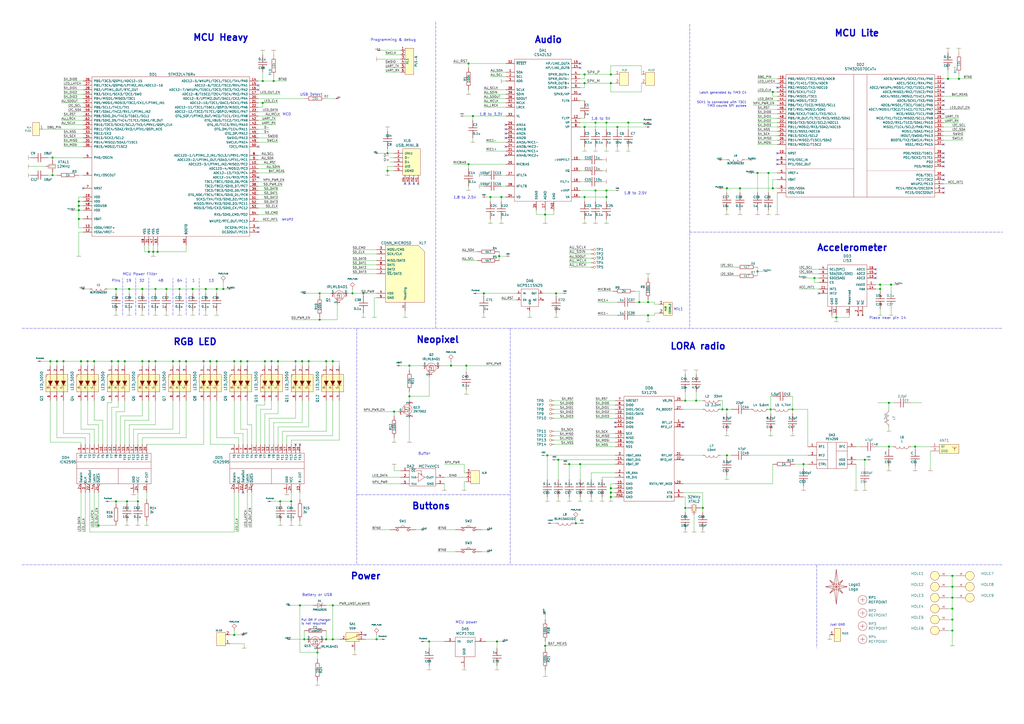
<source format=kicad_sch>
(kicad_sch (version 20201015) (generator eeschema)
  (page 1 1)
  (paper "A2")
  (title_block (date "9 oct 2015"))
  (junction (at 29.21 209.55) (diameter 1.016))
  (junction (at 30.48 91.44) (diameter 1.016))
  (junction (at 30.48 101.6) (diameter 1.016))
  (junction (at 33.02 209.55) (diameter 1.016))
  (junction (at 36.83 209.55) (diameter 1.016))
  (junction (at 45.72 116.84) (diameter 1.016))
  (junction (at 45.72 119.38) (diameter 1.016))
  (junction (at 45.72 121.92) (diameter 1.016))
  (junction (at 45.72 127) (diameter 1.016))
  (junction (at 46.99 209.55) (diameter 1.016))
  (junction (at 50.8 209.55) (diameter 1.016))
  (junction (at 54.61 209.55) (diameter 1.016))
  (junction (at 57.15 304.8) (diameter 1.016))
  (junction (at 64.77 209.55) (diameter 1.016))
  (junction (at 67.31 167.64) (diameter 1.016))
  (junction (at 67.31 290.83) (diameter 1.016))
  (junction (at 68.58 209.55) (diameter 1.016))
  (junction (at 72.39 209.55) (diameter 1.016))
  (junction (at 73.66 290.83) (diameter 1.016))
  (junction (at 74.93 167.64) (diameter 1.016))
  (junction (at 80.01 290.83) (diameter 1.016))
  (junction (at 82.55 167.64) (diameter 1.016))
  (junction (at 82.55 209.55) (diameter 1.016))
  (junction (at 86.36 146.05) (diameter 1.016))
  (junction (at 86.36 209.55) (diameter 1.016))
  (junction (at 88.9 146.05) (diameter 1.016))
  (junction (at 90.17 167.64) (diameter 1.016))
  (junction (at 90.17 209.55) (diameter 1.016))
  (junction (at 91.44 146.05) (diameter 1.016))
  (junction (at 96.52 167.64) (diameter 1.016))
  (junction (at 100.33 209.55) (diameter 1.016))
  (junction (at 104.14 167.64) (diameter 1.016))
  (junction (at 104.14 209.55) (diameter 1.016))
  (junction (at 107.95 209.55) (diameter 1.016))
  (junction (at 111.76 167.64) (diameter 1.016))
  (junction (at 118.11 209.55) (diameter 1.016))
  (junction (at 119.38 167.64) (diameter 1.016))
  (junction (at 121.92 209.55) (diameter 1.016))
  (junction (at 125.73 167.64) (diameter 1.016))
  (junction (at 125.73 209.55) (diameter 1.016))
  (junction (at 129.54 167.64) (diameter 1.016))
  (junction (at 135.89 209.55) (diameter 1.016))
  (junction (at 135.89 368.3) (diameter 1.016))
  (junction (at 139.7 209.55) (diameter 1.016))
  (junction (at 143.51 209.55) (diameter 1.016))
  (junction (at 152.4 46.99) (diameter 1.016))
  (junction (at 152.4 59.69) (diameter 1.016))
  (junction (at 153.67 209.55) (diameter 1.016))
  (junction (at 157.48 209.55) (diameter 1.016))
  (junction (at 158.75 46.99) (diameter 1.016))
  (junction (at 161.29 209.55) (diameter 1.016))
  (junction (at 162.56 290.83) (diameter 1.016))
  (junction (at 168.91 290.83) (diameter 1.016))
  (junction (at 171.45 209.55) (diameter 1.016))
  (junction (at 173.99 351.155) (diameter 1.016))
  (junction (at 175.26 209.55) (diameter 1.016))
  (junction (at 176.53 370.84) (diameter 1.016))
  (junction (at 179.07 209.55) (diameter 1.016))
  (junction (at 184.15 378.46) (diameter 1.016))
  (junction (at 185.42 170.18) (diameter 1.016))
  (junction (at 185.42 185.42) (diameter 1.016))
  (junction (at 189.23 209.55) (diameter 1.016))
  (junction (at 189.23 370.84) (diameter 1.016))
  (junction (at 193.04 209.55) (diameter 1.016))
  (junction (at 193.04 351.155) (diameter 1.016))
  (junction (at 193.04 370.84) (diameter 1.016))
  (junction (at 204.47 170.18) (diameter 1.016))
  (junction (at 210.82 170.18) (diameter 1.016))
  (junction (at 218.44 370.84) (diameter 1.016))
  (junction (at 224.79 88.9) (diameter 1.016))
  (junction (at 224.79 99.06) (diameter 1.016))
  (junction (at 228.6 238.76) (diameter 1.016))
  (junction (at 237.49 212.09) (diameter 1.016))
  (junction (at 237.49 229.87) (diameter 1.016))
  (junction (at 248.92 372.11) (diameter 1.016))
  (junction (at 261.62 212.09) (diameter 1.016))
  (junction (at 270.51 212.09) (diameter 1.016))
  (junction (at 271.78 36.83) (diameter 1.016))
  (junction (at 271.78 95.25) (diameter 1.016))
  (junction (at 274.32 67.31) (diameter 1.016))
  (junction (at 280.67 170.18) (diameter 1.016))
  (junction (at 284.48 114.3) (diameter 1.016))
  (junction (at 288.29 372.11) (diameter 1.016))
  (junction (at 289.56 148.59) (diameter 1.016))
  (junction (at 290.83 114.3) (diameter 1.016))
  (junction (at 316.23 124.46) (diameter 1.016))
  (junction (at 316.23 374.65) (diameter 1.016))
  (junction (at 317.5 264.16) (diameter 1.016))
  (junction (at 322.58 170.18) (diameter 1.016))
  (junction (at 323.85 266.7) (diameter 1.016))
  (junction (at 330.2 269.24) (diameter 1.016))
  (junction (at 334.01 303.53) (diameter 1.016))
  (junction (at 336.55 269.24) (diameter 1.016))
  (junction (at 339.09 43.18) (diameter 1.016))
  (junction (at 339.09 48.26) (diameter 1.016))
  (junction (at 339.09 73.66) (diameter 1.016))
  (junction (at 339.09 114.3) (diameter 1.016))
  (junction (at 345.44 71.12) (diameter 1.016))
  (junction (at 345.44 110.49) (diameter 1.016))
  (junction (at 351.79 71.12) (diameter 1.016))
  (junction (at 351.79 110.49) (diameter 1.016))
  (junction (at 351.79 114.3) (diameter 1.016))
  (junction (at 354.33 43.18) (diameter 1.016))
  (junction (at 354.33 48.26) (diameter 1.016))
  (junction (at 354.33 283.21) (diameter 1.016))
  (junction (at 354.33 285.75) (diameter 1.016))
  (junction (at 354.33 288.29) (diameter 1.016))
  (junction (at 358.14 73.66) (diameter 1.016))
  (junction (at 364.49 71.12) (diameter 1.016))
  (junction (at 370.84 175.26) (diameter 1.016))
  (junction (at 375.92 175.26) (diameter 1.016))
  (junction (at 375.92 182.88) (diameter 1.016))
  (junction (at 397.51 232.41) (diameter 1.016))
  (junction (at 397.51 294.64) (diameter 1.016))
  (junction (at 403.86 232.41) (diameter 1.016))
  (junction (at 407.67 294.64) (diameter 1.016))
  (junction (at 419.1 237.49) (diameter 1.016))
  (junction (at 421.64 109.22) (diameter 1.016))
  (junction (at 421.64 237.49) (diameter 1.016))
  (junction (at 421.64 264.16) (diameter 1.016))
  (junction (at 429.26 109.22) (diameter 1.016))
  (junction (at 439.42 100.33) (diameter 1.016))
  (junction (at 439.42 157.48) (diameter 1.016))
  (junction (at 445.77 100.33) (diameter 1.016))
  (junction (at 447.04 237.49) (diameter 1.016))
  (junction (at 448.31 53.34) (diameter 1.016))
  (junction (at 448.31 109.22) (diameter 1.016))
  (junction (at 459.74 237.49) (diameter 1.016))
  (junction (at 466.09 269.24) (diameter 1.016))
  (junction (at 472.44 161.29) (diameter 1.016))
  (junction (at 485.14 184.15) (diameter 1.016))
  (junction (at 501.65 266.7) (diameter 1.016))
  (junction (at 510.54 165.1) (diameter 1.016))
  (junction (at 510.54 167.64) (diameter 1.016))
  (junction (at 515.62 233.68) (diameter 1.016))
  (junction (at 515.62 259.08) (diameter 1.016))
  (junction (at 516.89 165.1) (diameter 1.016))
  (junction (at 530.86 259.08) (diameter 1.016))
  (junction (at 549.91 45.72) (diameter 1.016))
  (junction (at 552.45 334.01) (diameter 1.016))
  (junction (at 552.45 340.36) (diameter 1.016))
  (junction (at 552.45 346.71) (diameter 1.016))
  (junction (at 552.45 353.06) (diameter 1.016))
  (junction (at 552.45 359.41) (diameter 1.016))
  (junction (at 552.45 365.76) (diameter 1.016))
  (junction (at 556.26 45.72) (diameter 1.016))
  (no_connect (at 212.09 368.3))
  (no_connect (at 547.37 58.42))
  (no_connect (at 242.57 106.68))
  (no_connect (at 547.37 91.44))
  (no_connect (at 149.86 52.07))
  (no_connect (at 396.24 245.11))
  (no_connect (at 547.37 53.34))
  (no_connect (at 293.37 74.93))
  (no_connect (at 450.85 92.71))
  (no_connect (at 173.99 257.81))
  (no_connect (at 48.26 109.22))
  (no_connect (at 547.37 50.8))
  (no_connect (at 293.37 80.01))
  (no_connect (at 547.37 109.22))
  (no_connect (at 237.49 106.68))
  (no_connect (at 149.86 102.87))
  (no_connect (at 396.24 266.7))
  (no_connect (at 149.86 85.09))
  (no_connect (at 149.86 49.53))
  (no_connect (at 171.45 257.81))
  (no_connect (at 240.03 106.68))
  (no_connect (at 508 156.21))
  (no_connect (at 547.37 96.52))
  (no_connect (at 547.37 66.04))
  (no_connect (at 293.37 77.47))
  (no_connect (at 140.97 285.75))
  (no_connect (at 547.37 111.76))
  (no_connect (at 336.55 54.61))
  (no_connect (at 149.86 134.62))
  (no_connect (at 336.55 36.83))
  (no_connect (at 293.37 72.39))
  (no_connect (at 547.37 83.82))
  (no_connect (at 508 158.75))
  (no_connect (at 547.37 104.14))
  (no_connect (at 547.37 101.6))
  (no_connect (at 293.37 90.17))
  (no_connect (at 450.85 88.9))
  (no_connect (at 293.37 85.09))
  (no_connect (at 547.37 93.98))
  (no_connect (at 149.86 132.08))
  (no_connect (at 547.37 60.96))
  (no_connect (at 336.55 39.37))
  (no_connect (at 356.87 247.65))
  (no_connect (at 474.98 170.18))
  (no_connect (at 234.95 106.68))
  (no_connect (at 450.85 95.25))
  (no_connect (at 547.37 88.9))
  (no_connect (at 547.37 48.26))
  (no_connect (at 450.85 50.8))
  (no_connect (at 396.24 247.65))
  (no_connect (at 508 161.29))
  (no_connect (at 356.87 245.11))
  (wire (pts (xy 16.51 91.44) (xy 17.78 91.44)))
  (wire (pts (xy 16.51 96.52) (xy 26.67 96.52)))
  (wire (pts (xy 17.78 101.6) (xy 16.51 101.6)))
  (wire (pts (xy 24.13 209.55) (xy 29.21 209.55)))
  (wire (pts (xy 25.4 74.93) (xy 48.26 74.93)))
  (wire (pts (xy 27.94 91.44) (xy 30.48 91.44)))
  (wire (pts (xy 27.94 101.6) (xy 30.48 101.6)))
  (wire (pts (xy 29.21 209.55) (xy 29.21 212.09)))
  (wire (pts (xy 29.21 209.55) (xy 33.02 209.55)))
  (wire (pts (xy 29.21 256.54) (xy 29.21 232.41)))
  (wire (pts (xy 29.21 256.54) (xy 46.99 256.54)))
  (wire (pts (xy 30.48 91.44) (xy 48.26 91.44)))
  (wire (pts (xy 30.48 92.71) (xy 30.48 91.44)))
  (wire (pts (xy 30.48 101.6) (xy 30.48 100.33)))
  (wire (pts (xy 30.48 101.6) (xy 33.02 101.6)))
  (wire (pts (xy 33.02 209.55) (xy 33.02 212.09)))
  (wire (pts (xy 33.02 209.55) (xy 36.83 209.55)))
  (wire (pts (xy 33.02 232.41) (xy 33.02 254)))
  (wire (pts (xy 33.02 254) (xy 49.53 254)))
  (wire (pts (xy 35.56 59.69) (xy 48.26 59.69)))
  (wire (pts (xy 35.56 72.39) (xy 48.26 72.39)))
  (wire (pts (xy 36.83 46.99) (xy 48.26 46.99)))
  (wire (pts (xy 36.83 49.53) (xy 48.26 49.53)))
  (wire (pts (xy 36.83 54.61) (xy 48.26 54.61)))
  (wire (pts (xy 36.83 57.15) (xy 48.26 57.15)))
  (wire (pts (xy 36.83 67.31) (xy 48.26 67.31)))
  (wire (pts (xy 36.83 80.01) (xy 48.26 80.01)))
  (wire (pts (xy 36.83 85.09) (xy 48.26 85.09)))
  (wire (pts (xy 36.83 209.55) (xy 36.83 212.09)))
  (wire (pts (xy 36.83 209.55) (xy 46.99 209.55)))
  (wire (pts (xy 36.83 251.46) (xy 36.83 232.41)))
  (wire (pts (xy 39.37 62.23) (xy 48.26 62.23)))
  (wire (pts (xy 39.37 64.77) (xy 48.26 64.77)))
  (wire (pts (xy 43.18 121.92) (xy 45.72 121.92)))
  (wire (pts (xy 45.72 101.6) (xy 48.26 101.6)))
  (wire (pts (xy 45.72 114.3) (xy 45.72 116.84)))
  (wire (pts (xy 45.72 116.84) (xy 45.72 119.38)))
  (wire (pts (xy 45.72 119.38) (xy 45.72 121.92)))
  (wire (pts (xy 45.72 119.38) (xy 48.26 119.38)))
  (wire (pts (xy 45.72 121.92) (xy 45.72 127)))
  (wire (pts (xy 45.72 121.92) (xy 48.26 121.92)))
  (wire (pts (xy 45.72 127) (xy 45.72 132.08)))
  (wire (pts (xy 45.72 127) (xy 48.26 127)))
  (wire (pts (xy 45.72 132.08) (xy 48.26 132.08)))
  (wire (pts (xy 45.72 134.62) (xy 48.26 134.62)))
  (wire (pts (xy 45.72 148.59) (xy 45.72 134.62)))
  (wire (pts (xy 46.99 209.55) (xy 46.99 212.09)))
  (wire (pts (xy 46.99 209.55) (xy 50.8 209.55)))
  (wire (pts (xy 46.99 232.41) (xy 46.99 248.92)))
  (wire (pts (xy 46.99 248.92) (xy 54.61 248.92)))
  (wire (pts (xy 46.99 256.54) (xy 46.99 257.81)))
  (wire (pts (xy 46.99 285.75) (xy 46.99 308.61)))
  (wire (pts (xy 48.26 52.07) (xy 36.83 52.07)))
  (wire (pts (xy 48.26 69.85) (xy 35.56 69.85)))
  (wire (pts (xy 48.26 77.47) (xy 36.83 77.47)))
  (wire (pts (xy 48.26 82.55) (xy 36.83 82.55)))
  (wire (pts (xy 48.26 114.3) (xy 45.72 114.3)))
  (wire (pts (xy 48.26 116.84) (xy 45.72 116.84)))
  (wire (pts (xy 49.53 167.64) (xy 52.07 167.64)))
  (wire (pts (xy 49.53 254) (xy 49.53 257.81)))
  (wire (pts (xy 49.53 285.75) (xy 49.53 308.61)))
  (wire (pts (xy 50.8 209.55) (xy 50.8 212.09)))
  (wire (pts (xy 50.8 209.55) (xy 54.61 209.55)))
  (wire (pts (xy 50.8 246.38) (xy 50.8 232.41)))
  (wire (pts (xy 52.07 251.46) (xy 36.83 251.46)))
  (wire (pts (xy 52.07 257.81) (xy 52.07 251.46)))
  (wire (pts (xy 52.07 285.75) (xy 52.07 308.61)))
  (wire (pts (xy 52.07 308.61) (xy 135.89 308.61)))
  (wire (pts (xy 54.61 209.55) (xy 54.61 212.09)))
  (wire (pts (xy 54.61 209.55) (xy 64.77 209.55)))
  (wire (pts (xy 54.61 232.41) (xy 54.61 243.84)))
  (wire (pts (xy 54.61 243.84) (xy 59.69 243.84)))
  (wire (pts (xy 54.61 248.92) (xy 54.61 257.81)))
  (wire (pts (xy 54.61 285.75) (xy 54.61 306.07)))
  (wire (pts (xy 57.15 246.38) (xy 50.8 246.38)))
  (wire (pts (xy 57.15 257.81) (xy 57.15 246.38)))
  (wire (pts (xy 57.15 285.75) (xy 57.15 304.8)))
  (wire (pts (xy 57.15 304.8) (xy 57.15 306.07)))
  (wire (pts (xy 57.15 304.8) (xy 67.31 304.8)))
  (wire (pts (xy 59.69 243.84) (xy 59.69 257.81)))
  (wire (pts (xy 62.23 167.64) (xy 67.31 167.64)))
  (wire (pts (xy 62.23 233.68) (xy 64.77 233.68)))
  (wire (pts (xy 62.23 257.81) (xy 62.23 233.68)))
  (wire (pts (xy 63.5 290.83) (xy 67.31 290.83)))
  (wire (pts (xy 64.77 209.55) (xy 64.77 212.09)))
  (wire (pts (xy 64.77 209.55) (xy 68.58 209.55)))
  (wire (pts (xy 64.77 233.68) (xy 64.77 232.41)))
  (wire (pts (xy 64.77 236.22) (xy 68.58 236.22)))
  (wire (pts (xy 64.77 257.81) (xy 64.77 236.22)))
  (wire (pts (xy 67.31 167.64) (xy 74.93 167.64)))
  (wire (pts (xy 67.31 170.18) (xy 67.31 167.64)))
  (wire (pts (xy 67.31 180.34) (xy 67.31 182.88)))
  (wire (pts (xy 67.31 238.76) (xy 72.39 238.76)))
  (wire (pts (xy 67.31 257.81) (xy 67.31 238.76)))
  (wire (pts (xy 67.31 290.83) (xy 73.66 290.83)))
  (wire (pts (xy 67.31 292.1) (xy 67.31 290.83)))
  (wire (pts (xy 68.58 209.55) (xy 68.58 212.09)))
  (wire (pts (xy 68.58 209.55) (xy 72.39 209.55)))
  (wire (pts (xy 68.58 236.22) (xy 68.58 232.41)))
  (wire (pts (xy 69.85 241.3) (xy 82.55 241.3)))
  (wire (pts (xy 69.85 257.81) (xy 69.85 241.3)))
  (wire (pts (xy 72.39 209.55) (xy 72.39 212.09)))
  (wire (pts (xy 72.39 209.55) (xy 82.55 209.55)))
  (wire (pts (xy 72.39 238.76) (xy 72.39 232.41)))
  (wire (pts (xy 72.39 243.84) (xy 86.36 243.84)))
  (wire (pts (xy 72.39 257.81) (xy 72.39 243.84)))
  (wire (pts (xy 73.66 290.83) (xy 73.66 292.1)))
  (wire (pts (xy 73.66 290.83) (xy 80.01 290.83)))
  (wire (pts (xy 73.66 302.26) (xy 73.66 304.8)))
  (wire (pts (xy 74.93 167.64) (xy 74.93 170.18)))
  (wire (pts (xy 74.93 167.64) (xy 82.55 167.64)))
  (wire (pts (xy 74.93 180.34) (xy 74.93 182.88)))
  (wire (pts (xy 74.93 246.38) (xy 90.17 246.38)))
  (wire (pts (xy 74.93 257.81) (xy 74.93 246.38)))
  (wire (pts (xy 77.47 248.92) (xy 100.33 248.92)))
  (wire (pts (xy 77.47 257.81) (xy 77.47 248.92)))
  (wire (pts (xy 77.47 285.75) (xy 77.47 287.02)))
  (wire (pts (xy 80.01 251.46) (xy 104.14 251.46)))
  (wire (pts (xy 80.01 257.81) (xy 80.01 251.46)))
  (wire (pts (xy 80.01 285.75) (xy 80.01 290.83)))
  (wire (pts (xy 80.01 290.83) (xy 80.01 292.1)))
  (wire (pts (xy 80.01 302.26) (xy 80.01 304.8)))
  (wire (pts (xy 82.55 167.64) (xy 82.55 170.18)))
  (wire (pts (xy 82.55 167.64) (xy 90.17 167.64)))
  (wire (pts (xy 82.55 180.34) (xy 82.55 182.88)))
  (wire (pts (xy 82.55 209.55) (xy 82.55 212.09)))
  (wire (pts (xy 82.55 209.55) (xy 86.36 209.55)))
  (wire (pts (xy 82.55 241.3) (xy 82.55 232.41)))
  (wire (pts (xy 82.55 254) (xy 107.95 254)))
  (wire (pts (xy 82.55 257.81) (xy 82.55 254)))
  (wire (pts (xy 83.82 142.24) (xy 83.82 146.05)))
  (wire (pts (xy 83.82 146.05) (xy 86.36 146.05)))
  (wire (pts (xy 85.09 257.81) (xy 118.11 257.81)))
  (wire (pts (xy 85.09 285.75) (xy 85.09 289.56)))
  (wire (pts (xy 85.09 302.26) (xy 85.09 304.8)))
  (wire (pts (xy 86.36 142.24) (xy 86.36 146.05)))
  (wire (pts (xy 86.36 146.05) (xy 88.9 146.05)))
  (wire (pts (xy 86.36 209.55) (xy 86.36 212.09)))
  (wire (pts (xy 86.36 209.55) (xy 90.17 209.55)))
  (wire (pts (xy 86.36 243.84) (xy 86.36 232.41)))
  (wire (pts (xy 88.9 142.24) (xy 88.9 146.05)))
  (wire (pts (xy 88.9 146.05) (xy 88.9 148.59)))
  (wire (pts (xy 88.9 146.05) (xy 91.44 146.05)))
  (wire (pts (xy 90.17 167.64) (xy 90.17 170.18)))
  (wire (pts (xy 90.17 167.64) (xy 96.52 167.64)))
  (wire (pts (xy 90.17 180.34) (xy 90.17 182.88)))
  (wire (pts (xy 90.17 209.55) (xy 90.17 212.09)))
  (wire (pts (xy 90.17 209.55) (xy 100.33 209.55)))
  (wire (pts (xy 90.17 246.38) (xy 90.17 232.41)))
  (wire (pts (xy 91.44 146.05) (xy 91.44 142.24)))
  (wire (pts (xy 91.44 146.05) (xy 107.95 146.05)))
  (wire (pts (xy 96.52 167.64) (xy 96.52 170.18)))
  (wire (pts (xy 96.52 167.64) (xy 104.14 167.64)))
  (wire (pts (xy 96.52 180.34) (xy 96.52 182.88)))
  (wire (pts (xy 100.33 209.55) (xy 100.33 212.09)))
  (wire (pts (xy 100.33 209.55) (xy 104.14 209.55)))
  (wire (pts (xy 100.33 248.92) (xy 100.33 232.41)))
  (wire (pts (xy 104.14 167.64) (xy 104.14 170.18)))
  (wire (pts (xy 104.14 167.64) (xy 111.76 167.64)))
  (wire (pts (xy 104.14 180.34) (xy 104.14 182.88)))
  (wire (pts (xy 104.14 209.55) (xy 104.14 212.09)))
  (wire (pts (xy 104.14 209.55) (xy 107.95 209.55)))
  (wire (pts (xy 104.14 251.46) (xy 104.14 232.41)))
  (wire (pts (xy 107.95 146.05) (xy 107.95 142.24)))
  (wire (pts (xy 107.95 209.55) (xy 107.95 212.09)))
  (wire (pts (xy 107.95 209.55) (xy 118.11 209.55)))
  (wire (pts (xy 107.95 254) (xy 107.95 232.41)))
  (wire (pts (xy 111.76 167.64) (xy 111.76 170.18)))
  (wire (pts (xy 111.76 167.64) (xy 119.38 167.64)))
  (wire (pts (xy 111.76 180.34) (xy 111.76 182.88)))
  (wire (pts (xy 118.11 209.55) (xy 118.11 212.09)))
  (wire (pts (xy 118.11 209.55) (xy 121.92 209.55)))
  (wire (pts (xy 118.11 232.41) (xy 118.11 257.81)))
  (wire (pts (xy 119.38 167.64) (xy 119.38 170.18)))
  (wire (pts (xy 119.38 167.64) (xy 125.73 167.64)))
  (wire (pts (xy 119.38 180.34) (xy 119.38 182.88)))
  (wire (pts (xy 121.92 209.55) (xy 121.92 212.09)))
  (wire (pts (xy 121.92 209.55) (xy 125.73 209.55)))
  (wire (pts (xy 121.92 232.41) (xy 121.92 257.81)))
  (wire (pts (xy 121.92 257.81) (xy 135.89 257.81)))
  (wire (pts (xy 125.73 167.64) (xy 125.73 170.18)))
  (wire (pts (xy 125.73 167.64) (xy 129.54 167.64)))
  (wire (pts (xy 125.73 180.34) (xy 125.73 182.88)))
  (wire (pts (xy 125.73 209.55) (xy 125.73 212.09)))
  (wire (pts (xy 125.73 209.55) (xy 135.89 209.55)))
  (wire (pts (xy 125.73 254) (xy 125.73 232.41)))
  (wire (pts (xy 129.54 167.64) (xy 129.54 163.83)))
  (wire (pts (xy 129.54 167.64) (xy 132.08 167.64)))
  (wire (pts (xy 133.35 368.3) (xy 135.89 368.3)))
  (wire (pts (xy 133.35 373.38) (xy 141.605 373.38)))
  (wire (pts (xy 135.89 209.55) (xy 135.89 212.09)))
  (wire (pts (xy 135.89 209.55) (xy 139.7 209.55)))
  (wire (pts (xy 135.89 232.41) (xy 135.89 251.46)))
  (wire (pts (xy 135.89 251.46) (xy 140.97 251.46)))
  (wire (pts (xy 135.89 285.75) (xy 135.89 308.61)))
  (wire (pts (xy 135.89 365.76) (xy 135.89 368.3)))
  (wire (pts (xy 135.89 368.3) (xy 139.7 368.3)))
  (wire (pts (xy 138.43 254) (xy 125.73 254)))
  (wire (pts (xy 138.43 257.81) (xy 138.43 254)))
  (wire (pts (xy 138.43 285.75) (xy 138.43 308.61)))
  (wire (pts (xy 139.7 209.55) (xy 139.7 212.09)))
  (wire (pts (xy 139.7 209.55) (xy 143.51 209.55)))
  (wire (pts (xy 139.7 248.92) (xy 139.7 232.41)))
  (wire (pts (xy 140.97 251.46) (xy 140.97 257.81)))
  (wire (pts (xy 141.605 373.38) (xy 141.605 375.92)))
  (wire (pts (xy 143.51 209.55) (xy 143.51 212.09)))
  (wire (pts (xy 143.51 209.55) (xy 153.67 209.55)))
  (wire (pts (xy 143.51 232.41) (xy 143.51 246.38)))
  (wire (pts (xy 143.51 246.38) (xy 146.05 246.38)))
  (wire (pts (xy 143.51 248.92) (xy 139.7 248.92)))
  (wire (pts (xy 143.51 257.81) (xy 143.51 248.92)))
  (wire (pts (xy 143.51 285.75) (xy 143.51 306.07)))
  (wire (pts (xy 146.05 246.38) (xy 146.05 257.81)))
  (wire (pts (xy 146.05 285.75) (xy 146.05 306.07)))
  (wire (pts (xy 148.59 234.95) (xy 153.67 234.95)))
  (wire (pts (xy 148.59 257.81) (xy 148.59 234.95)))
  (wire (pts (xy 149.86 46.99) (xy 152.4 46.99)))
  (wire (pts (xy 149.86 54.61) (xy 162.56 54.61)))
  (wire (pts (xy 149.86 57.15) (xy 176.53 57.15)))
  (wire (pts (xy 149.86 59.69) (xy 152.4 59.69)))
  (wire (pts (xy 149.86 72.39) (xy 160.02 72.39)))
  (wire (pts (xy 149.86 74.93) (xy 156.21 74.93)))
  (wire (pts (xy 149.86 82.55) (xy 161.29 82.55)))
  (wire (pts (xy 149.86 105.41) (xy 165.1 105.41)))
  (wire (pts (xy 149.86 107.95) (xy 163.83 107.95)))
  (wire (pts (xy 149.86 110.49) (xy 161.29 110.49)))
  (wire (pts (xy 149.86 113.03) (xy 161.29 113.03)))
  (wire (pts (xy 149.86 115.57) (xy 161.29 115.57)))
  (wire (pts (xy 149.86 118.11) (xy 161.29 118.11)))
  (wire (pts (xy 149.86 120.65) (xy 161.29 120.65)))
  (wire (pts (xy 149.86 124.46) (xy 161.29 124.46)))
  (wire (pts (xy 151.13 237.49) (xy 157.48 237.49)))
  (wire (pts (xy 151.13 257.81) (xy 151.13 237.49)))
  (wire (pts (xy 152.4 31.75) (xy 152.4 29.21)))
  (wire (pts (xy 152.4 41.91) (xy 152.4 46.99)))
  (wire (pts (xy 152.4 46.99) (xy 158.75 46.99)))
  (wire (pts (xy 152.4 59.69) (xy 152.4 62.23)))
  (wire (pts (xy 152.4 59.69) (xy 161.29 59.69)))
  (wire (pts (xy 152.4 62.23) (xy 149.86 62.23)))
  (wire (pts (xy 153.67 209.55) (xy 153.67 212.09)))
  (wire (pts (xy 153.67 209.55) (xy 157.48 209.55)))
  (wire (pts (xy 153.67 234.95) (xy 153.67 232.41)))
  (wire (pts (xy 153.67 240.03) (xy 161.29 240.03)))
  (wire (pts (xy 153.67 257.81) (xy 153.67 240.03)))
  (wire (pts (xy 156.21 77.47) (xy 149.86 77.47)))
  (wire (pts (xy 156.21 242.57) (xy 171.45 242.57)))
  (wire (pts (xy 156.21 257.81) (xy 156.21 242.57)))
  (wire (pts (xy 157.48 209.55) (xy 157.48 212.09)))
  (wire (pts (xy 157.48 209.55) (xy 161.29 209.55)))
  (wire (pts (xy 157.48 237.49) (xy 157.48 232.41)))
  (wire (pts (xy 157.48 290.83) (xy 162.56 290.83)))
  (wire (pts (xy 158.75 31.75) (xy 158.75 29.21)))
  (wire (pts (xy 158.75 46.99) (xy 158.75 44.45)))
  (wire (pts (xy 158.75 46.99) (xy 166.37 46.99)))
  (wire (pts (xy 158.75 90.17) (xy 149.86 90.17)))
  (wire (pts (xy 158.75 92.71) (xy 149.86 92.71)))
  (wire (pts (xy 158.75 245.11) (xy 175.26 245.11)))
  (wire (pts (xy 158.75 257.81) (xy 158.75 245.11)))
  (wire (pts (xy 160.02 69.85) (xy 149.86 69.85)))
  (wire (pts (xy 160.02 95.25) (xy 149.86 95.25)))
  (wire (pts (xy 161.29 64.77) (xy 149.86 64.77)))
  (wire (pts (xy 161.29 80.01) (xy 149.86 80.01)))
  (wire (pts (xy 161.29 128.27) (xy 149.86 128.27)))
  (wire (pts (xy 161.29 209.55) (xy 161.29 212.09)))
  (wire (pts (xy 161.29 209.55) (xy 171.45 209.55)))
  (wire (pts (xy 161.29 240.03) (xy 161.29 232.41)))
  (wire (pts (xy 161.29 247.65) (xy 179.07 247.65)))
  (wire (pts (xy 161.29 257.81) (xy 161.29 247.65)))
  (wire (pts (xy 162.56 67.31) (xy 149.86 67.31)))
  (wire (pts (xy 162.56 97.79) (xy 149.86 97.79)))
  (wire (pts (xy 162.56 290.83) (xy 162.56 292.1)))
  (wire (pts (xy 162.56 290.83) (xy 168.91 290.83)))
  (wire (pts (xy 162.56 302.26) (xy 162.56 304.8)))
  (wire (pts (xy 163.83 250.19) (xy 189.23 250.19)))
  (wire (pts (xy 163.83 257.81) (xy 163.83 250.19)))
  (wire (pts (xy 165.1 100.33) (xy 149.86 100.33)))
  (wire (pts (xy 166.37 252.73) (xy 193.04 252.73)))
  (wire (pts (xy 166.37 257.81) (xy 166.37 252.73)))
  (wire (pts (xy 166.37 285.75) (xy 166.37 287.02)))
  (wire (pts (xy 168.91 255.27) (xy 196.85 255.27)))
  (wire (pts (xy 168.91 257.81) (xy 168.91 255.27)))
  (wire (pts (xy 168.91 285.75) (xy 168.91 290.83)))
  (wire (pts (xy 168.91 290.83) (xy 168.91 292.1)))
  (wire (pts (xy 168.91 302.26) (xy 168.91 304.8)))
  (wire (pts (xy 168.91 351.155) (xy 173.99 351.155)))
  (wire (pts (xy 171.45 209.55) (xy 171.45 212.09)))
  (wire (pts (xy 171.45 209.55) (xy 175.26 209.55)))
  (wire (pts (xy 171.45 242.57) (xy 171.45 232.41)))
  (wire (pts (xy 173.99 285.75) (xy 173.99 289.56)))
  (wire (pts (xy 173.99 302.26) (xy 173.99 304.8)))
  (wire (pts (xy 173.99 351.155) (xy 173.99 378.46)))
  (wire (pts (xy 173.99 351.155) (xy 181.61 351.155)))
  (wire (pts (xy 173.99 378.46) (xy 184.15 378.46)))
  (wire (pts (xy 175.26 209.55) (xy 175.26 212.09)))
  (wire (pts (xy 175.26 209.55) (xy 179.07 209.55)))
  (wire (pts (xy 175.26 245.11) (xy 175.26 232.41)))
  (wire (pts (xy 176.53 365.76) (xy 176.53 370.84)))
  (wire (pts (xy 176.53 370.84) (xy 168.91 370.84)))
  (wire (pts (xy 177.8 170.18) (xy 185.42 170.18)))
  (wire (pts (xy 177.8 370.84) (xy 176.53 370.84)))
  (wire (pts (xy 179.07 209.55) (xy 179.07 212.09)))
  (wire (pts (xy 179.07 209.55) (xy 189.23 209.55)))
  (wire (pts (xy 179.07 247.65) (xy 179.07 232.41)))
  (wire (pts (xy 184.15 377.19) (xy 184.15 378.46)))
  (wire (pts (xy 184.15 378.46) (xy 184.15 382.27)))
  (wire (pts (xy 184.15 394.97) (xy 184.15 397.51)))
  (wire (pts (xy 185.42 170.18) (xy 191.77 170.18)))
  (wire (pts (xy 185.42 171.45) (xy 185.42 170.18)))
  (wire (pts (xy 185.42 184.15) (xy 185.42 185.42)))
  (wire (pts (xy 185.42 185.42) (xy 168.91 185.42)))
  (wire (pts (xy 187.96 370.84) (xy 189.23 370.84)))
  (wire (pts (xy 189.23 57.15) (xy 194.31 57.15)))
  (wire (pts (xy 189.23 209.55) (xy 189.23 212.09)))
  (wire (pts (xy 189.23 209.55) (xy 193.04 209.55)))
  (wire (pts (xy 189.23 250.19) (xy 189.23 232.41)))
  (wire (pts (xy 189.23 351.155) (xy 193.04 351.155)))
  (wire (pts (xy 189.23 365.76) (xy 189.23 370.84)))
  (wire (pts (xy 189.23 370.84) (xy 193.04 370.84)))
  (wire (pts (xy 193.04 209.55) (xy 193.04 212.09)))
  (wire (pts (xy 193.04 209.55) (xy 196.85 209.55)))
  (wire (pts (xy 193.04 252.73) (xy 193.04 232.41)))
  (wire (pts (xy 193.04 351.155) (xy 193.04 370.84)))
  (wire (pts (xy 193.04 351.155) (xy 214.63 351.155)))
  (wire (pts (xy 193.04 370.84) (xy 196.85 370.84)))
  (wire (pts (xy 195.58 176.53) (xy 195.58 185.42)))
  (wire (pts (xy 195.58 185.42) (xy 185.42 185.42)))
  (wire (pts (xy 196.85 209.55) (xy 196.85 212.09)))
  (wire (pts (xy 196.85 255.27) (xy 196.85 232.41)))
  (wire (pts (xy 201.93 170.18) (xy 204.47 170.18)))
  (wire (pts (xy 204.47 144.78) (xy 218.44 144.78)))
  (wire (pts (xy 204.47 147.32) (xy 218.44 147.32)))
  (wire (pts (xy 204.47 151.13) (xy 218.44 151.13)))
  (wire (pts (xy 204.47 153.67) (xy 218.44 153.67)))
  (wire (pts (xy 204.47 156.21) (xy 218.44 156.21)))
  (wire (pts (xy 204.47 158.75) (xy 218.44 158.75)))
  (wire (pts (xy 204.47 167.64) (xy 204.47 170.18)))
  (wire (pts (xy 204.47 170.18) (xy 210.82 170.18)))
  (wire (pts (xy 205.74 377.19) (xy 205.74 379.73)))
  (wire (pts (xy 210.82 170.18) (xy 210.82 171.45)))
  (wire (pts (xy 210.82 170.18) (xy 218.44 170.18)))
  (wire (pts (xy 210.82 181.61) (xy 210.82 184.15)))
  (wire (pts (xy 210.82 238.76) (xy 228.6 238.76)))
  (wire (pts (xy 212.09 370.84) (xy 218.44 370.84)))
  (wire (pts (xy 215.9 276.86) (xy 232.41 276.86)))
  (wire (pts (xy 215.9 280.67) (xy 232.41 280.67)))
  (wire (pts (xy 215.9 307.34) (xy 226.06 307.34)))
  (wire (pts (xy 217.17 172.72) (xy 218.44 172.72)))
  (wire (pts (xy 217.17 184.15) (xy 217.17 172.72)))
  (wire (pts (xy 218.44 370.84) (xy 218.44 368.3)))
  (wire (pts (xy 218.44 370.84) (xy 220.98 370.84)))
  (wire (pts (xy 223.52 39.37) (xy 232.41 39.37)))
  (wire (pts (xy 224.79 76.2) (xy 224.79 73.66)))
  (wire (pts (xy 224.79 86.36) (xy 224.79 88.9)))
  (wire (pts (xy 224.79 88.9) (xy 219.71 88.9)))
  (wire (pts (xy 224.79 96.52) (xy 224.79 99.06)))
  (wire (pts (xy 224.79 99.06) (xy 224.79 101.6)))
  (wire (pts (xy 224.79 99.06) (xy 228.6 99.06)))
  (wire (pts (xy 226.06 93.98) (xy 228.6 93.98)))
  (wire (pts (xy 228.6 88.9) (xy 224.79 88.9)))
  (wire (pts (xy 228.6 91.44) (xy 226.06 91.44)))
  (wire (pts (xy 228.6 96.52) (xy 224.79 96.52)))
  (wire (pts (xy 228.6 238.76) (xy 228.6 241.3)))
  (wire (pts (xy 228.6 256.54) (xy 228.6 254)))
  (wire (pts (xy 228.6 273.05) (xy 228.6 269.24)))
  (wire (pts (xy 231.14 238.76) (xy 228.6 238.76)))
  (wire (pts (xy 232.41 29.21) (xy 220.98 29.21)))
  (wire (pts (xy 232.41 31.75) (xy 223.52 31.75)))
  (wire (pts (xy 232.41 34.29) (xy 218.44 34.29)))
  (wire (pts (xy 232.41 36.83) (xy 223.52 36.83)))
  (wire (pts (xy 232.41 41.91) (xy 223.52 41.91)))
  (wire (pts (xy 232.41 212.09) (xy 237.49 212.09)))
  (wire (pts (xy 232.41 273.05) (xy 228.6 273.05)))
  (wire (pts (xy 234.95 180.34) (xy 234.95 184.15)))
  (wire (pts (xy 237.49 212.09) (xy 237.49 214.63)))
  (wire (pts (xy 237.49 212.09) (xy 245.11 212.09)))
  (wire (pts (xy 237.49 227.33) (xy 237.49 229.87)))
  (wire (pts (xy 237.49 229.87) (xy 237.49 232.41)))
  (wire (pts (xy 237.49 256.54) (xy 237.49 242.57)))
  (wire (pts (xy 241.3 307.34) (xy 243.84 307.34)))
  (wire (pts (xy 246.38 372.11) (xy 248.92 372.11)))
  (wire (pts (xy 248.92 218.44) (xy 248.92 229.87)))
  (wire (pts (xy 248.92 229.87) (xy 237.49 229.87)))
  (wire (pts (xy 248.92 372.11) (xy 248.92 375.92)))
  (wire (pts (xy 248.92 372.11) (xy 257.81 372.11)))
  (wire (pts (xy 248.92 386.08) (xy 248.92 388.62)))
  (wire (pts (xy 254 307.34) (xy 264.16 307.34)))
  (wire (pts (xy 254 320.04) (xy 264.16 320.04)))
  (wire (pts (xy 255.27 212.09) (xy 261.62 212.09)))
  (wire (pts (xy 257.81 269.24) (xy 269.24 269.24)))
  (wire (pts (xy 257.81 280.67) (xy 257.81 284.48)))
  (wire (pts (xy 261.62 209.55) (xy 261.62 212.09)))
  (wire (pts (xy 261.62 212.09) (xy 270.51 212.09)))
  (wire (pts (xy 262.89 36.83) (xy 271.78 36.83)))
  (wire (pts (xy 262.89 95.25) (xy 271.78 95.25)))
  (wire (pts (xy 267.97 146.05) (xy 276.86 146.05)))
  (wire (pts (xy 267.97 151.13) (xy 276.86 151.13)))
  (wire (pts (xy 269.24 67.31) (xy 274.32 67.31)))
  (wire (pts (xy 269.24 269.24) (xy 269.24 274.32)))
  (wire (pts (xy 269.24 274.32) (xy 270.51 274.32)))
  (wire (pts (xy 269.24 279.4) (xy 269.24 284.48)))
  (wire (pts (xy 269.24 279.4) (xy 270.51 279.4)))
  (wire (pts (xy 269.24 388.62) (xy 269.24 387.35)))
  (wire (pts (xy 270.51 212.09) (xy 290.83 212.09)))
  (wire (pts (xy 270.51 215.9) (xy 270.51 212.09)))
  (wire (pts (xy 270.51 226.06) (xy 270.51 228.6)))
  (wire (pts (xy 270.51 276.86) (xy 257.81 276.86)))
  (wire (pts (xy 271.78 36.83) (xy 293.37 36.83)))
  (wire (pts (xy 271.78 39.37) (xy 271.78 36.83)))
  (wire (pts (xy 271.78 54.61) (xy 271.78 52.07)))
  (wire (pts (xy 271.78 95.25) (xy 293.37 95.25)))
  (wire (pts (xy 271.78 97.79) (xy 271.78 95.25)))
  (wire (pts (xy 271.78 110.49) (xy 271.78 107.95)))
  (wire (pts (xy 274.32 67.31) (xy 293.37 67.31)))
  (wire (pts (xy 274.32 69.85) (xy 274.32 67.31)))
  (wire (pts (xy 274.32 82.55) (xy 274.32 80.01)))
  (wire (pts (xy 276.86 170.18) (xy 280.67 170.18)))
  (wire (pts (xy 278.13 101.6) (xy 280.67 101.6)))
  (wire (pts (xy 278.13 107.95) (xy 280.67 107.95)))
  (wire (pts (xy 279.4 307.34) (xy 281.94 307.34)))
  (wire (pts (xy 279.4 320.04) (xy 281.94 320.04)))
  (wire (pts (xy 280.67 52.07) (xy 293.37 52.07)))
  (wire (pts (xy 280.67 54.61) (xy 293.37 54.61)))
  (wire (pts (xy 280.67 57.15) (xy 293.37 57.15)))
  (wire (pts (xy 280.67 59.69) (xy 293.37 59.69)))
  (wire (pts (xy 280.67 62.23) (xy 293.37 62.23)))
  (wire (pts (xy 280.67 170.18) (xy 299.72 170.18)))
  (wire (pts (xy 280.67 171.45) (xy 280.67 170.18)))
  (wire (pts (xy 280.67 181.61) (xy 280.67 184.15)))
  (wire (pts (xy 281.94 82.55) (xy 293.37 82.55)))
  (wire (pts (xy 281.94 87.63) (xy 293.37 87.63)))
  (wire (pts (xy 281.94 114.3) (xy 284.48 114.3)))
  (wire (pts (xy 281.94 372.11) (xy 288.29 372.11)))
  (wire (pts (xy 284.48 41.91) (xy 293.37 41.91)))
  (wire (pts (xy 284.48 44.45) (xy 293.37 44.45)))
  (wire (pts (xy 284.48 114.3) (xy 284.48 116.84)))
  (wire (pts (xy 284.48 114.3) (xy 290.83 114.3)))
  (wire (pts (xy 284.48 129.54) (xy 284.48 127)))
  (wire (pts (xy 288.29 372.11) (xy 288.29 375.92)))
  (wire (pts (xy 288.29 372.11) (xy 290.83 372.11)))
  (wire (pts (xy 288.29 386.08) (xy 288.29 388.62)))
  (wire (pts (xy 289.56 146.05) (xy 289.56 148.59)))
  (wire (pts (xy 289.56 148.59) (xy 289.56 151.13)))
  (wire (pts (xy 289.56 148.59) (xy 293.37 148.59)))
  (wire (pts (xy 290.83 46.99) (xy 293.37 46.99)))
  (wire (pts (xy 290.83 101.6) (xy 293.37 101.6)))
  (wire (pts (xy 290.83 107.95) (xy 293.37 107.95)))
  (wire (pts (xy 290.83 114.3) (xy 290.83 116.84)))
  (wire (pts (xy 290.83 114.3) (xy 293.37 114.3)))
  (wire (pts (xy 290.83 129.54) (xy 290.83 127)))
  (wire (pts (xy 290.83 173.99) (xy 299.72 173.99)))
  (wire (pts (xy 307.34 180.34) (xy 307.34 184.15)))
  (wire (pts (xy 311.15 121.92) (xy 311.15 124.46)))
  (wire (pts (xy 311.15 124.46) (xy 316.23 124.46)))
  (wire (pts (xy 314.96 170.18) (xy 322.58 170.18)))
  (wire (pts (xy 316.23 121.92) (xy 316.23 124.46)))
  (wire (pts (xy 316.23 124.46) (xy 316.23 129.54)))
  (wire (pts (xy 316.23 124.46) (xy 321.31 124.46)))
  (wire (pts (xy 316.23 264.16) (xy 317.5 264.16)))
  (wire (pts (xy 316.23 359.41) (xy 316.23 356.87)))
  (wire (pts (xy 316.23 372.11) (xy 316.23 374.65)))
  (wire (pts (xy 316.23 374.65) (xy 316.23 375.92)))
  (wire (pts (xy 316.23 374.65) (xy 328.93 374.65)))
  (wire (pts (xy 316.23 388.62) (xy 316.23 392.43)))
  (wire (pts (xy 317.5 264.16) (xy 317.5 278.13)))
  (wire (pts (xy 317.5 264.16) (xy 356.87 264.16)))
  (wire (pts (xy 317.5 288.29) (xy 317.5 290.83)))
  (wire (pts (xy 321.31 124.46) (xy 321.31 121.92)))
  (wire (pts (xy 321.31 237.49) (xy 332.74 237.49)))
  (wire (pts (xy 321.31 252.73) (xy 332.74 252.73)))
  (wire (pts (xy 321.31 257.81) (xy 332.74 257.81)))
  (wire (pts (xy 322.58 170.18) (xy 322.58 171.45)))
  (wire (pts (xy 322.58 170.18) (xy 326.39 170.18)))
  (wire (pts (xy 322.58 181.61) (xy 322.58 184.15)))
  (wire (pts (xy 322.58 266.7) (xy 323.85 266.7)))
  (wire (pts (xy 322.58 303.53) (xy 320.04 303.53)))
  (wire (pts (xy 323.85 266.7) (xy 323.85 278.13)))
  (wire (pts (xy 323.85 266.7) (xy 356.87 266.7)))
  (wire (pts (xy 323.85 288.29) (xy 323.85 290.83)))
  (wire (pts (xy 328.93 269.24) (xy 330.2 269.24)))
  (wire (pts (xy 330.2 144.78) (xy 342.9 144.78)))
  (wire (pts (xy 330.2 147.32) (xy 342.9 147.32)))
  (wire (pts (xy 330.2 149.86) (xy 342.9 149.86)))
  (wire (pts (xy 330.2 152.4) (xy 342.9 152.4)))
  (wire (pts (xy 330.2 154.94) (xy 342.9 154.94)))
  (wire (pts (xy 330.2 269.24) (xy 330.2 278.13)))
  (wire (pts (xy 330.2 288.29) (xy 330.2 290.83)))
  (wire (pts (xy 332.74 232.41) (xy 321.31 232.41)))
  (wire (pts (xy 332.74 234.95) (xy 321.31 234.95)))
  (wire (pts (xy 332.74 240.03) (xy 321.31 240.03)))
  (wire (pts (xy 332.74 242.57) (xy 321.31 242.57)))
  (wire (pts (xy 332.74 250.19) (xy 321.31 250.19)))
  (wire (pts (xy 332.74 255.27) (xy 321.31 255.27)))
  (wire (pts (xy 334.01 300.99) (xy 334.01 303.53)))
  (wire (pts (xy 334.01 303.53) (xy 332.74 303.53)))
  (wire (pts (xy 336.55 43.18) (xy 339.09 43.18)))
  (wire (pts (xy 336.55 45.72) (xy 339.09 45.72)))
  (wire (pts (xy 336.55 50.8) (xy 339.09 50.8)))
  (wire (pts (xy 336.55 58.42) (xy 339.09 58.42)))
  (wire (pts (xy 336.55 68.58) (xy 339.09 68.58)))
  (wire (pts (xy 336.55 71.12) (xy 345.44 71.12)))
  (wire (pts (xy 336.55 73.66) (xy 339.09 73.66)))
  (wire (pts (xy 336.55 110.49) (xy 345.44 110.49)))
  (wire (pts (xy 336.55 114.3) (xy 339.09 114.3)))
  (wire (pts (xy 336.55 269.24) (xy 330.2 269.24)))
  (wire (pts (xy 336.55 269.24) (xy 336.55 278.13)))
  (wire (pts (xy 336.55 288.29) (xy 336.55 290.83)))
  (wire (pts (xy 336.55 303.53) (xy 334.01 303.53)))
  (wire (pts (xy 339.09 43.18) (xy 354.33 43.18)))
  (wire (pts (xy 339.09 45.72) (xy 339.09 43.18)))
  (wire (pts (xy 339.09 48.26) (xy 336.55 48.26)))
  (wire (pts (xy 339.09 48.26) (xy 354.33 48.26)))
  (wire (pts (xy 339.09 50.8) (xy 339.09 48.26)))
  (wire (pts (xy 339.09 73.66) (xy 339.09 74.93)))
  (wire (pts (xy 339.09 73.66) (xy 358.14 73.66)))
  (wire (pts (xy 339.09 87.63) (xy 339.09 85.09)))
  (wire (pts (xy 339.09 92.71) (xy 336.55 92.71)))
  (wire (pts (xy 339.09 99.06) (xy 336.55 99.06)))
  (wire (pts (xy 339.09 105.41) (xy 336.55 105.41)))
  (wire (pts (xy 339.09 114.3) (xy 339.09 116.84)))
  (wire (pts (xy 339.09 114.3) (xy 351.79 114.3)))
  (wire (pts (xy 339.09 129.54) (xy 339.09 127)))
  (wire (pts (xy 342.9 274.32) (xy 342.9 278.13)))
  (wire (pts (xy 342.9 288.29) (xy 342.9 290.83)))
  (wire (pts (xy 345.44 71.12) (xy 345.44 74.93)))
  (wire (pts (xy 345.44 71.12) (xy 351.79 71.12)))
  (wire (pts (xy 345.44 87.63) (xy 345.44 85.09)))
  (wire (pts (xy 345.44 110.49) (xy 345.44 116.84)))
  (wire (pts (xy 345.44 110.49) (xy 351.79 110.49)))
  (wire (pts (xy 345.44 129.54) (xy 345.44 127)))
  (wire (pts (xy 345.44 232.41) (xy 356.87 232.41)))
  (wire (pts (xy 345.44 234.95) (xy 356.87 234.95)))
  (wire (pts (xy 345.44 240.03) (xy 356.87 240.03)))
  (wire (pts (xy 345.44 242.57) (xy 356.87 242.57)))
  (wire (pts (xy 345.44 251.46) (xy 356.87 251.46)))
  (wire (pts (xy 345.44 256.54) (xy 356.87 256.54)))
  (wire (pts (xy 346.71 175.26) (xy 358.14 175.26)))
  (wire (pts (xy 346.71 182.88) (xy 358.14 182.88)))
  (wire (pts (xy 349.25 276.86) (xy 349.25 278.13)))
  (wire (pts (xy 349.25 288.29) (xy 349.25 290.83)))
  (wire (pts (xy 351.79 71.12) (xy 351.79 74.93)))
  (wire (pts (xy 351.79 71.12) (xy 364.49 71.12)))
  (wire (pts (xy 351.79 87.63) (xy 351.79 85.09)))
  (wire (pts (xy 351.79 92.71) (xy 349.25 92.71)))
  (wire (pts (xy 351.79 99.06) (xy 349.25 99.06)))
  (wire (pts (xy 351.79 105.41) (xy 349.25 105.41)))
  (wire (pts (xy 351.79 110.49) (xy 351.79 114.3)))
  (wire (pts (xy 351.79 110.49) (xy 356.87 110.49)))
  (wire (pts (xy 351.79 114.3) (xy 351.79 116.84)))
  (wire (pts (xy 351.79 129.54) (xy 351.79 127)))
  (wire (pts (xy 354.33 38.1) (xy 354.33 43.18)))
  (wire (pts (xy 354.33 43.18) (xy 356.87 43.18)))
  (wire (pts (xy 354.33 48.26) (xy 354.33 53.34)))
  (wire (pts (xy 354.33 48.26) (xy 356.87 48.26)))
  (wire (pts (xy 354.33 280.67) (xy 354.33 283.21)))
  (wire (pts (xy 354.33 280.67) (xy 356.87 280.67)))
  (wire (pts (xy 354.33 283.21) (xy 354.33 285.75)))
  (wire (pts (xy 354.33 285.75) (xy 354.33 288.29)))
  (wire (pts (xy 354.33 288.29) (xy 354.33 290.83)))
  (wire (pts (xy 355.6 168.91) (xy 346.71 168.91)))
  (wire (pts (xy 356.87 237.49) (xy 345.44 237.49)))
  (wire (pts (xy 356.87 254) (xy 345.44 254)))
  (wire (pts (xy 356.87 259.08) (xy 345.44 259.08)))
  (wire (pts (xy 356.87 269.24) (xy 336.55 269.24)))
  (wire (pts (xy 356.87 274.32) (xy 342.9 274.32)))
  (wire (pts (xy 356.87 276.86) (xy 349.25 276.86)))
  (wire (pts (xy 356.87 283.21) (xy 354.33 283.21)))
  (wire (pts (xy 356.87 285.75) (xy 354.33 285.75)))
  (wire (pts (xy 356.87 288.29) (xy 354.33 288.29)))
  (wire (pts (xy 358.14 73.66) (xy 358.14 74.93)))
  (wire (pts (xy 358.14 73.66) (xy 374.65 73.66)))
  (wire (pts (xy 358.14 85.09) (xy 358.14 87.63)))
  (wire (pts (xy 364.49 71.12) (xy 364.49 74.93)))
  (wire (pts (xy 364.49 71.12) (xy 374.65 71.12)))
  (wire (pts (xy 364.49 85.09) (xy 364.49 87.63)))
  (wire (pts (xy 368.3 168.91) (xy 370.84 168.91)))
  (wire (pts (xy 370.84 168.91) (xy 370.84 175.26)))
  (wire (pts (xy 370.84 175.26) (xy 368.3 175.26)))
  (wire (pts (xy 372.11 38.1) (xy 354.33 38.1)))
  (wire (pts (xy 372.11 43.18) (xy 372.11 38.1)))
  (wire (pts (xy 372.11 48.26) (xy 372.11 53.34)))
  (wire (pts (xy 372.11 53.34) (xy 354.33 53.34)))
  (wire (pts (xy 375.92 158.75) (xy 375.92 161.29)))
  (wire (pts (xy 375.92 175.26) (xy 370.84 175.26)))
  (wire (pts (xy 375.92 175.26) (xy 375.92 173.99)))
  (wire (pts (xy 375.92 182.88) (xy 368.3 182.88)))
  (wire (pts (xy 375.92 186.69) (xy 375.92 182.88)))
  (wire (pts (xy 379.73 175.26) (xy 375.92 175.26)))
  (wire (pts (xy 379.73 175.26) (xy 379.73 176.53)))
  (wire (pts (xy 379.73 176.53) (xy 382.27 176.53)))
  (wire (pts (xy 379.73 181.61) (xy 382.27 181.61)))
  (wire (pts (xy 379.73 182.88) (xy 375.92 182.88)))
  (wire (pts (xy 379.73 182.88) (xy 379.73 181.61)))
  (wire (pts (xy 396.24 232.41) (xy 397.51 232.41)))
  (wire (pts (xy 396.24 237.49) (xy 407.67 237.49)))
  (wire (pts (xy 396.24 264.16) (xy 407.67 264.16)))
  (wire (pts (xy 396.24 285.75) (xy 407.67 285.75)))
  (wire (pts (xy 396.24 288.29) (xy 397.51 288.29)))
  (wire (pts (xy 397.51 217.17) (xy 397.51 214.63)))
  (wire (pts (xy 397.51 227.33) (xy 397.51 232.41)))
  (wire (pts (xy 397.51 232.41) (xy 403.86 232.41)))
  (wire (pts (xy 397.51 288.29) (xy 397.51 294.64)))
  (wire (pts (xy 397.51 294.64) (xy 397.51 297.18)))
  (wire (pts (xy 397.51 294.64) (xy 398.78 294.64)))
  (wire (pts (xy 397.51 307.34) (xy 397.51 308.61)))
  (wire (pts (xy 402.59 308.61) (xy 402.59 298.45)))
  (wire (pts (xy 403.86 217.17) (xy 403.86 214.63)))
  (wire (pts (xy 403.86 227.33) (xy 403.86 232.41)))
  (wire (pts (xy 403.86 232.41) (xy 407.67 232.41)))
  (wire (pts (xy 406.4 294.64) (xy 407.67 294.64)))
  (wire (pts (xy 407.67 285.75) (xy 407.67 294.64)))
  (wire (pts (xy 407.67 297.18) (xy 407.67 294.64)))
  (wire (pts (xy 407.67 308.61) (xy 407.67 307.34)))
  (wire (pts (xy 417.83 154.94) (xy 426.72 154.94)))
  (wire (pts (xy 417.83 160.02) (xy 426.72 160.02)))
  (wire (pts (xy 417.83 232.41) (xy 419.1 232.41)))
  (wire (pts (xy 417.83 264.16) (xy 421.64 264.16)))
  (wire (pts (xy 419.1 92.71) (xy 421.64 92.71)))
  (wire (pts (xy 419.1 109.22) (xy 421.64 109.22)))
  (wire (pts (xy 419.1 232.41) (xy 419.1 237.49)))
  (wire (pts (xy 419.1 237.49) (xy 417.83 237.49)))
  (wire (pts (xy 419.1 237.49) (xy 421.64 237.49)))
  (wire (pts (xy 421.64 109.22) (xy 421.64 111.76)))
  (wire (pts (xy 421.64 109.22) (xy 429.26 109.22)))
  (wire (pts (xy 421.64 121.92) (xy 421.64 124.46)))
  (wire (pts (xy 421.64 237.49) (xy 424.18 237.49)))
  (wire (pts (xy 421.64 240.03) (xy 421.64 237.49)))
  (wire (pts (xy 421.64 250.19) (xy 421.64 252.73)))
  (wire (pts (xy 421.64 264.16) (xy 421.64 265.43)))
  (wire (pts (xy 421.64 275.59) (xy 421.64 278.13)))
  (wire (pts (xy 424.18 264.16) (xy 421.64 264.16)))
  (wire (pts (xy 429.26 109.22) (xy 429.26 111.76)))
  (wire (pts (xy 429.26 109.22) (xy 448.31 109.22)))
  (wire (pts (xy 429.26 121.92) (xy 429.26 124.46)))
  (wire (pts (xy 431.8 92.71) (xy 434.34 92.71)))
  (wire (pts (xy 434.34 237.49) (xy 435.61 237.49)))
  (wire (pts (xy 436.88 60.96) (xy 450.85 60.96)))
  (wire (pts (xy 436.88 100.33) (xy 439.42 100.33)))
  (wire (pts (xy 439.42 45.72) (xy 450.85 45.72)))
  (wire (pts (xy 439.42 48.26) (xy 450.85 48.26)))
  (wire (pts (xy 439.42 53.34) (xy 448.31 53.34)))
  (wire (pts (xy 439.42 58.42) (xy 450.85 58.42)))
  (wire (pts (xy 439.42 63.5) (xy 450.85 63.5)))
  (wire (pts (xy 439.42 66.04) (xy 450.85 66.04)))
  (wire (pts (xy 439.42 71.12) (xy 450.85 71.12)))
  (wire (pts (xy 439.42 73.66) (xy 450.85 73.66)))
  (wire (pts (xy 439.42 78.74) (xy 450.85 78.74)))
  (wire (pts (xy 439.42 83.82) (xy 450.85 83.82)))
  (wire (pts (xy 439.42 100.33) (xy 445.77 100.33)))
  (wire (pts (xy 439.42 111.76) (xy 439.42 100.33)))
  (wire (pts (xy 439.42 121.92) (xy 439.42 124.46)))
  (wire (pts (xy 439.42 154.94) (xy 439.42 157.48)))
  (wire (pts (xy 439.42 157.48) (xy 439.42 160.02)))
  (wire (pts (xy 439.42 157.48) (xy 443.23 157.48)))
  (wire (pts (xy 445.77 100.33) (xy 450.85 100.33)))
  (wire (pts (xy 445.77 111.76) (xy 445.77 100.33)))
  (wire (pts (xy 445.77 121.92) (xy 445.77 124.46)))
  (wire (pts (xy 445.77 237.49) (xy 447.04 237.49)))
  (wire (pts (xy 447.04 229.87) (xy 448.31 229.87)))
  (wire (pts (xy 447.04 237.49) (xy 447.04 229.87)))
  (wire (pts (xy 447.04 240.03) (xy 447.04 237.49)))
  (wire (pts (xy 447.04 250.19) (xy 447.04 252.73)))
  (wire (pts (xy 448.31 53.34) (xy 448.31 55.88)))
  (wire (pts (xy 448.31 53.34) (xy 450.85 53.34)))
  (wire (pts (xy 448.31 55.88) (xy 450.85 55.88)))
  (wire (pts (xy 448.31 104.14) (xy 448.31 109.22)))
  (wire (pts (xy 448.31 109.22) (xy 450.85 109.22)))
  (wire (pts (xy 448.31 237.49) (xy 447.04 237.49)))
  (wire (pts (xy 448.31 269.24) (xy 448.31 280.67)))
  (wire (pts (xy 448.31 280.67) (xy 396.24 280.67)))
  (wire (pts (xy 450.85 68.58) (xy 439.42 68.58)))
  (wire (pts (xy 450.85 76.2) (xy 439.42 76.2)))
  (wire (pts (xy 450.85 81.28) (xy 439.42 81.28)))
  (wire (pts (xy 450.85 104.14) (xy 448.31 104.14)))
  (wire (pts (xy 450.85 111.76) (xy 450.85 124.46)))
  (wire (pts (xy 458.47 237.49) (xy 459.74 237.49)))
  (wire (pts (xy 459.74 229.87) (xy 458.47 229.87)))
  (wire (pts (xy 459.74 237.49) (xy 459.74 229.87)))
  (wire (pts (xy 459.74 237.49) (xy 468.63 237.49)))
  (wire (pts (xy 459.74 240.03) (xy 459.74 237.49)))
  (wire (pts (xy 459.74 250.19) (xy 459.74 252.73)))
  (wire (pts (xy 461.01 269.24) (xy 466.09 269.24)))
  (wire (pts (xy 463.55 156.21) (xy 474.98 156.21)))
  (wire (pts (xy 463.55 167.64) (xy 474.98 167.64)))
  (wire (pts (xy 466.09 269.24) (xy 466.09 271.78)))
  (wire (pts (xy 466.09 269.24) (xy 468.63 269.24)))
  (wire (pts (xy 466.09 281.94) (xy 466.09 284.48)))
  (wire (pts (xy 467.36 161.29) (xy 472.44 161.29)))
  (wire (pts (xy 468.63 237.49) (xy 468.63 259.08)))
  (wire (pts (xy 468.63 264.16) (xy 434.34 264.16)))
  (wire (pts (xy 472.44 161.29) (xy 474.98 161.29)))
  (wire (pts (xy 472.44 163.83) (xy 472.44 161.29)))
  (wire (pts (xy 474.98 158.75) (xy 463.55 158.75)))
  (wire (pts (xy 474.98 163.83) (xy 472.44 163.83)))
  (wire (pts (xy 481.33 368.3) (xy 481.33 370.84)))
  (wire (pts (xy 482.6 184.15) (xy 482.6 182.88)))
  (wire (pts (xy 482.6 184.15) (xy 485.14 184.15)))
  (wire (pts (xy 485.14 182.88) (xy 485.14 184.15)))
  (wire (pts (xy 485.14 184.15) (xy 485.14 186.69)))
  (wire (pts (xy 485.14 184.15) (xy 492.76 184.15)))
  (wire (pts (xy 492.76 184.15) (xy 492.76 182.88)))
  (wire (pts (xy 496.57 259.08) (xy 499.11 259.08)))
  (wire (pts (xy 496.57 266.7) (xy 501.65 266.7)))
  (wire (pts (xy 496.57 284.48) (xy 496.57 269.24)))
  (wire (pts (xy 501.65 266.7) (xy 501.65 271.78)))
  (wire (pts (xy 501.65 281.94) (xy 501.65 284.48)))
  (wire (pts (xy 502.92 266.7) (xy 501.65 266.7)))
  (wire (pts (xy 509.27 233.68) (xy 515.62 233.68)))
  (wire (pts (xy 509.27 259.08) (xy 515.62 259.08)))
  (wire (pts (xy 510.54 165.1) (xy 508 165.1)))
  (wire (pts (xy 510.54 165.1) (xy 510.54 167.64)))
  (wire (pts (xy 510.54 167.64) (xy 508 167.64)))
  (wire (pts (xy 510.54 167.64) (xy 510.54 168.91)))
  (wire (pts (xy 510.54 179.07) (xy 510.54 182.88)))
  (wire (pts (xy 515.62 233.68) (xy 518.16 233.68)))
  (wire (pts (xy 515.62 237.49) (xy 515.62 233.68)))
  (wire (pts (xy 515.62 247.65) (xy 515.62 250.19)))
  (wire (pts (xy 515.62 259.08) (xy 518.16 259.08)))
  (wire (pts (xy 515.62 260.35) (xy 515.62 259.08)))
  (wire (pts (xy 515.62 270.51) (xy 515.62 273.05)))
  (wire (pts (xy 516.89 165.1) (xy 510.54 165.1)))
  (wire (pts (xy 516.89 168.91) (xy 516.89 165.1)))
  (wire (pts (xy 516.89 179.07) (xy 516.89 182.88)))
  (wire (pts (xy 519.43 165.1) (xy 516.89 165.1)))
  (wire (pts (xy 528.32 233.68) (xy 534.67 233.68)))
  (wire (pts (xy 528.32 259.08) (xy 530.86 259.08)))
  (wire (pts (xy 530.86 259.08) (xy 530.86 260.35)))
  (wire (pts (xy 530.86 259.08) (xy 539.75 259.08)))
  (wire (pts (xy 530.86 270.51) (xy 530.86 273.05)))
  (wire (pts (xy 539.75 273.05) (xy 539.75 261.62)))
  (wire (pts (xy 547.37 45.72) (xy 549.91 45.72)))
  (wire (pts (xy 547.37 55.88) (xy 561.34 55.88)))
  (wire (pts (xy 547.37 63.5) (xy 562.61 63.5)))
  (wire (pts (xy 547.37 71.12) (xy 556.26 71.12)))
  (wire (pts (xy 547.37 73.66) (xy 560.07 73.66)))
  (wire (pts (xy 547.37 81.28) (xy 558.8 81.28)))
  (wire (pts (xy 547.37 106.68) (xy 558.8 106.68)))
  (wire (pts (xy 549.91 30.48) (xy 549.91 27.94)))
  (wire (pts (xy 549.91 40.64) (xy 549.91 45.72)))
  (wire (pts (xy 549.91 45.72) (xy 556.26 45.72)))
  (wire (pts (xy 549.91 334.01) (xy 552.45 334.01)))
  (wire (pts (xy 549.91 340.36) (xy 552.45 340.36)))
  (wire (pts (xy 549.91 346.71) (xy 552.45 346.71)))
  (wire (pts (xy 549.91 353.06) (xy 552.45 353.06)))
  (wire (pts (xy 549.91 359.41) (xy 552.45 359.41)))
  (wire (pts (xy 549.91 365.76) (xy 552.45 365.76)))
  (wire (pts (xy 552.45 334.01) (xy 552.45 340.36)))
  (wire (pts (xy 552.45 334.01) (xy 554.99 334.01)))
  (wire (pts (xy 552.45 340.36) (xy 552.45 346.71)))
  (wire (pts (xy 552.45 340.36) (xy 554.99 340.36)))
  (wire (pts (xy 552.45 346.71) (xy 552.45 353.06)))
  (wire (pts (xy 552.45 346.71) (xy 554.99 346.71)))
  (wire (pts (xy 552.45 353.06) (xy 552.45 359.41)))
  (wire (pts (xy 552.45 359.41) (xy 552.45 365.76)))
  (wire (pts (xy 552.45 365.76) (xy 552.45 374.65)))
  (wire (pts (xy 556.26 30.48) (xy 556.26 27.94)))
  (wire (pts (xy 556.26 45.72) (xy 556.26 43.18)))
  (wire (pts (xy 556.26 45.72) (xy 563.88 45.72)))
  (wire (pts (xy 556.26 68.58) (xy 547.37 68.58)))
  (wire (pts (xy 558.8 78.74) (xy 547.37 78.74)))
  (wire (pts (xy 560.07 76.2) (xy 547.37 76.2)))
  (polyline (pts (xy 12.7 190.5) (xy 207.01 190.5)) (stroke (width 0) (type dash)))
  (polyline (pts (xy 12.7 327.66) (xy 581.66 327.66)) (stroke (width 0) (type dash)))
  (polyline (pts (xy 71.12 182.88) (xy 71.12 161.29)) (stroke (width 0) (type dash)))
  (polyline (pts (xy 78.74 182.88) (xy 78.74 161.29)) (stroke (width 0) (type dash)))
  (polyline (pts (xy 86.36 182.88) (xy 86.36 161.29)) (stroke (width 0) (type dash)))
  (polyline (pts (xy 100.33 182.88) (xy 100.33 161.29)) (stroke (width 0) (type dash)))
  (polyline (pts (xy 107.95 182.88) (xy 107.95 161.29)) (stroke (width 0) (type dash)))
  (polyline (pts (xy 115.57 182.88) (xy 115.57 161.29)) (stroke (width 0) (type dash)))
  (polyline (pts (xy 207.01 190.5) (xy 207.01 327.66)) (stroke (width 0) (type dash)))
  (polyline (pts (xy 207.01 190.5) (xy 295.91 190.5)) (stroke (width 0) (type dash)))
  (polyline (pts (xy 207.01 287.02) (xy 295.91 287.02)) (stroke (width 0) (type dash)))
  (polyline (pts (xy 252.73 12.7) (xy 252.73 190.5)) (stroke (width 0) (type dash)))
  (polyline (pts (xy 295.91 190.5) (xy 295.91 327.66)) (stroke (width 0) (type dash)))
  (polyline (pts (xy 295.91 190.5) (xy 581.66 190.5)) (stroke (width 0) (type dash)))
  (polyline (pts (xy 400.05 13.97) (xy 400.05 190.5)) (stroke (width 0) (type dash)))
  (polyline (pts (xy 400.05 134.62) (xy 581.66 134.62)) (stroke (width 0) (type dash)))
  (polyline (pts (xy 473.71 327.66) (xy 473.71 375.92)) (stroke (width 0) (type dash)))
  (polyline (pts (xy 828.04 187.96) (xy 828.04 189.23)) (stroke (width 0) (type dash)))
  (text "Pins   19    32       48       64     1       13" (at 64.77 163.83 0) (effects (font (size 1.524 1.524)) (justify left bottom)))
  (text "MCU Power Filter" (at 71.12 160.02 0) (effects (font (size 1.524 1.524)) (justify left bottom)))
  (text "RGB LED" (at 100.33 200.66 0) (effects (font (size 3.81 3.81) (thickness 0.762) bold) (justify left bottom)))
  (text "MCU Heavy" (at 111.76 24.13 0) (effects (font (size 3.81 3.81) (thickness 0.762) bold) (justify left bottom)))
  (text "MCO" (at 163.83 67.31 0) (effects (font (size 1.524 1.524)) (justify left bottom)))
  (text "WKUP2" (at 170.18 128.27 180) (effects (font (size 1.27 1.27)) (justify right bottom)))
  (text "USB Detect" (at 173.99 55.88 0) (effects (font (size 1.524 1.524)) (justify left bottom)))
  (text "Put 0R If charger \nis not required" (at 174.625 362.585 0) (effects (font (size 1.27 1.27)) (justify left bottom)))
  (text "Battery or USB" (at 175.26 346.075 0) (effects (font (size 1.524 1.524)) (justify left bottom)))
  (text "Power" (at 203.2 336.55 0) (effects (font (size 3.81 3.81) (thickness 0.762) bold) (justify left bottom)))
  (text "Buttons\n" (at 238.76 295.91 0) (effects (font (size 3.81 3.81) (thickness 0.762) bold) (justify left bottom)))
  (text "Programming & debug" (at 241.3 24.13 180) (effects (font (size 1.524 1.524)) (justify right bottom)))
  (text "Neopixel\n" (at 241.3 199.39 0) (effects (font (size 3.81 3.81) (thickness 0.762) bold) (justify left bottom)))
  (text "Buffer" (at 242.57 264.16 0) (effects (font (size 1.524 1.524)) (justify left bottom)))
  (text "1.8 to 2.5V" (at 262.89 115.57 0) (effects (font (size 1.524 1.524)) (justify left bottom)))
  (text "MCU power" (at 264.16 361.95 0) (effects (font (size 1.524 1.524)) (justify left bottom)))
  (text "1.8 to 3.3V" (at 278.13 67.31 0) (effects (font (size 1.524 1.524)) (justify left bottom)))
  (text "Audio" (at 309.88 25.4 0) (effects (font (size 3.81 3.81) (thickness 0.762) bold) (justify left bottom)))
  (text "1.6 to 5V" (at 342.9 69.85 0) (effects (font (size 1.524 1.524)) (justify left bottom)))
  (text "1.8 to 2.5V" (at 361.95 113.03 0) (effects (font (size 1.524 1.524)) (justify left bottom)))
  (text "LORA radio" (at 388.62 203.2 0) (effects (font (size 3.81 3.81) (thickness 0.762) bold) (justify left bottom)))
  (text "Mic1" (at 396.24 180.34 180) (effects (font (size 1.524 1.524)) (justify right bottom)))
  (text "Latch generated by TIM3 C4" (at 433.07 54.61 180) (effects (font (size 1.27 1.27)) (justify right bottom)))
  (text "SCK1 is connected with T3C1\nTIM3 counts SPI pulses" (at 433.07 62.23 0) (effects (font (size 1.27 1.27)) (justify right bottom)))
  (text "Accelerometer" (at 473.71 146.05 0) (effects (font (size 3.81 3.81) (thickness 0.762) bold) (justify left bottom)))
  (text "MCU Lite" (at 483.87 21.59 0) (effects (font (size 3.81 3.81) (thickness 0.762) bold) (justify left bottom)))
  (text "Just GND" (at 490.22 363.22 180) (effects (font (size 1.27 1.27)) (justify right bottom)))
  (text "Place near pin 14" (at 504.19 185.42 0) (effects (font (size 1.524 1.524)) (justify left bottom)))
  (label "AU_SDOUT" (at 35.56 59.69 0))
  (label "AU_LRCK" (at 35.56 69.85 0))
  (label "AU_SCLK" (at 35.56 72.39 0))
  (label "DBG_PIN" (at 35.56 74.93 180))
  (label "SX_DIO0" (at 36.83 46.99 0))
  (label "LED_LATCH" (at 36.83 49.53 0))
  (label "SX_DIO1" (at 36.83 52.07 0))
  (label "SX_DIO2" (at 36.83 54.61 0))
  (label "SX_DIO3" (at 36.83 57.15 0))
  (label "SX_RST" (at 36.83 67.31 0))
  (label "SX_NSS" (at 36.83 77.47 0))
  (label "SX_SCK" (at 36.83 80.01 0))
  (label "SX_MISO" (at 36.83 82.55 0))
  (label "SX_MOSI" (at 36.83 85.09 0))
  (label "I2C_SCL" (at 39.37 62.23 0))
  (label "I2C_SDA" (at 39.37 64.77 0))
  (label "LED_DATA" (at 46.99 308.61 90))
  (label "LED_CLK" (at 49.53 308.61 90))
  (label "LED_LATCH" (at 54.61 306.07 90))
  (label "LED_OUT_EN" (at 57.15 306.07 90))
  (label "LED_CLK" (at 138.43 308.61 90))
  (label "LED_LATCH" (at 143.51 306.07 90))
  (label "LED_OUT_EN" (at 146.05 306.07 90))
  (label "D-" (at 156.21 74.93 180))
  (label "D+" (at 156.21 77.47 180))
  (label "AU_SCL" (at 158.75 90.17 180))
  (label "AU_SDA" (at 158.75 92.71 180))
  (label "UART_TX" (at 160.02 69.85 180))
  (label "UART_RX" (at 160.02 72.39 180))
  (label "AU_RST" (at 160.02 95.25 180))
  (label "LED_CLK" (at 161.29 59.69 180))
  (label "LED_DATA" (at 161.29 64.77 180))
  (label "SWDIO" (at 161.29 80.01 180))
  (label "SWCLK" (at 161.29 82.55 180))
  (label "SD_DAT0" (at 161.29 110.49 180))
  (label "SD_DAT1" (at 161.29 113.03 180))
  (label "SD_DAT2" (at 161.29 115.57 180))
  (label "SD_DAT3" (at 161.29 118.11 180))
  (label "SD_CLK" (at 161.29 120.65 180))
  (label "SD_CMD" (at 161.29 124.46 180))
  (label "ACC_INT1" (at 161.29 128.27 180))
  (label "LED_OUT_EN" (at 162.56 54.61 180))
  (label "AU_MCLK" (at 162.56 67.31 180))
  (label "AU_SDIN" (at 162.56 97.79 180))
  (label "SD_PWR_EN" (at 163.83 107.95 180))
  (label "BAT_MEAS" (at 165.1 100.33 180))
  (label "NPX_PWR_EN" (at 165.1 105.41 180))
  (label "BTN0" (at 166.37 46.99 180))
  (label "SD_PWR_EN" (at 168.91 185.42 0))
  (label "SD_CMD" (at 204.47 144.78 0))
  (label "SD_CLK" (at 204.47 147.32 0))
  (label "SD_DAT0" (at 204.47 151.13 0))
  (label "SD_DAT1" (at 204.47 153.67 0))
  (label "SD_DAT2" (at 204.47 156.21 0))
  (label "SD_DAT3" (at 204.47 158.75 0))
  (label "NPX_PWR_EN" (at 210.82 238.76 0))
  (label "PWR_UNST_ALWAYS" (at 214.63 351.155 180))
  (label "LED_DATA" (at 215.9 276.86 0))
  (label "NPX_PWR" (at 215.9 280.67 0))
  (label "BTN0" (at 215.9 307.34 0))
  (label "SD_PWR" (at 217.17 170.18 180))
  (label "SWCLK" (at 223.52 31.75 0))
  (label "SWDIO" (at 223.52 36.83 0))
  (label "UART_TX" (at 223.52 39.37 0))
  (label "UART_RX" (at 223.52 41.91 0))
  (label "D-" (at 226.06 91.44 180) (effects (font (size 1.524 1.524))))
  (label "D+" (at 226.06 93.98 180) (effects (font (size 1.524 1.524))))
  (label "BTN0" (at 254 307.34 0))
  (label "BTN0" (at 254 320.04 0))
  (label "NPX_PWR" (at 257.81 269.24 0))
  (label "DIN0" (at 260.35 276.86 0))
  (label "AU_RST" (at 262.89 36.83 0) (effects (font (size 1.524 1.524))))
  (label "MICBIAS" (at 262.89 95.25 0))
  (label "AU_SDA" (at 267.97 146.05 0))
  (label "AU_SCL" (at 267.97 151.13 0))
  (label "AU_SCLK" (at 280.67 52.07 0))
  (label "AU_SDIN" (at 280.67 54.61 0))
  (label "AU_SDOUT" (at 280.67 57.15 0))
  (label "AU_MCLK" (at 280.67 59.69 0))
  (label "AU_LRCK" (at 280.67 62.23 0))
  (label "MIC1-" (at 281.94 82.55 0))
  (label "MIC1+" (at 281.94 87.63 0))
  (label "AU_SDA" (at 284.48 41.91 0))
  (label "AU_SCL" (at 284.48 44.45 0))
  (label "AU_RST" (at 290.83 173.99 0))
  (label "NPX_PWR" (at 290.83 212.09 180))
  (label "BAT_MEAS" (at 328.93 374.65 180) (effects (font (size 1.524 1.524))))
  (label "AU_SCLK" (at 330.2 144.78 0) (effects (font (size 1.524 1.524))))
  (label "AU_SDIN" (at 330.2 147.32 0) (effects (font (size 1.524 1.524))))
  (label "AU_SDOUT" (at 330.2 149.86 0))
  (label "AU_MCLK" (at 330.2 152.4 0) (effects (font (size 1.524 1.524))))
  (label "AU_LRCK" (at 330.2 154.94 0) (effects (font (size 1.524 1.524))))
  (label "SX_RST" (at 332.74 232.41 180))
  (label "SX_DIO0" (at 332.74 234.95 180))
  (label "SX_DIO1" (at 332.74 237.49 180))
  (label "SX_DIO2" (at 332.74 240.03 180))
  (label "SX_DIO3" (at 332.74 242.57 180))
  (label "SX_SCK" (at 332.74 250.19 180))
  (label "SX_MISO" (at 332.74 252.73 180))
  (label "SX_MOSI" (at 332.74 255.27 180))
  (label "SX_NSS" (at 332.74 257.81 180))
  (label "SX_RST" (at 345.44 232.41 0))
  (label "SX_DIO0" (at 345.44 234.95 0))
  (label "SX_DIO1" (at 345.44 237.49 0))
  (label "SX_DIO2" (at 345.44 240.03 0))
  (label "SX_DIO3" (at 345.44 242.57 0))
  (label "SX_SCK" (at 345.44 251.46 0))
  (label "SX_MISO" (at 345.44 254 0))
  (label "SX_MOSI" (at 345.44 256.54 0))
  (label "SX_NSS" (at 345.44 259.08 0))
  (label "MICBIAS" (at 346.71 168.91 0))
  (label "MIC1+" (at 346.71 175.26 0))
  (label "MIC1-" (at 346.71 182.88 0))
  (label "SPK_P" (at 347.98 43.18 180) (effects (font (size 1.524 1.524))))
  (label "SPK_M" (at 347.98 48.26 180) (effects (font (size 1.524 1.524))))
  (label "I2C_SCL" (at 417.83 154.94 0))
  (label "I2C_SDA" (at 417.83 160.02 0))
  (label "NPX_PWR_EN" (at 436.88 60.96 0))
  (label "DBG_PIN" (at 439.42 45.72 0))
  (label "LED_LATCH" (at 439.42 48.26 0))
  (label "LED_CLK" (at 439.42 53.34 0))
  (label "LED_DATA" (at 439.42 58.42 0))
  (label "SX_RST" (at 439.42 63.5 0))
  (label "SX_DIO0" (at 439.42 66.04 0))
  (label "SX_DIO1" (at 439.42 68.58 0))
  (label "SX_DIO2" (at 439.42 71.12 0))
  (label "SX_DIO3" (at 439.42 73.66 0))
  (label "SX_NSS" (at 439.42 76.2 0))
  (label "SX_SCK" (at 439.42 78.74 0))
  (label "SX_MISO" (at 439.42 81.28 0))
  (label "SX_MOSI" (at 439.42 83.82 0))
  (label "I2C_SCL" (at 463.55 156.21 0))
  (label "I2C_SDA" (at 463.55 158.75 0))
  (label "ACC_INT1" (at 463.55 167.64 0))
  (label "UART_TX" (at 556.26 68.58 180))
  (label "UART_RX" (at 556.26 71.12 180))
  (label "SWDIO" (at 558.8 78.74 180))
  (label "SWCLK" (at 558.8 81.28 180))
  (label "ACC_INT1" (at 558.8 106.68 180))
  (label "I2C_SCL" (at 560.07 73.66 180))
  (label "I2C_SDA" (at 560.07 76.2 180))
  (label "BAT_MEAS" (at 561.34 55.88 180))
  (label "LED_OUT_EN" (at 562.61 63.5 180))
  (label "BTN0" (at 563.88 45.72 180))
  (symbol (lib_id "power:GND") (at 16.51 91.44 270) (unit 1)
    (property "Reference" "#PWR016" (effects hide))
    (property "Value" "GND" (effects hide))
  )
  (symbol (lib_id "power:GND") (at 16.51 96.52 270) (unit 1)
    (property "Reference" "#PWR018" (effects hide))
    (property "Value" "GND" (effects hide))
  )
  (symbol (lib_id "power:GND") (at 16.51 101.6 270) (unit 1)
    (property "Reference" "#PWR021" (effects hide))
    (property "Value" "GND" (effects hide))
  )
  (symbol (lib_id "power:PwrUnst") (at 24.13 209.55 0) (mirror y) (unit 1)
    (property "Reference" "#PWR068" (effects hide))
    (property "Value" "PwrUnst" (at 23.1648 207.8228 0) (effects (font (size 0.762 0.762))))
  )
  (symbol (lib_id "power:GND") (at 45.72 148.59 0) (unit 1)
    (property "Reference" "#PWR042" (effects hide))
    (property "Value" "GND" (effects hide))
  )
  (symbol (lib_id "power:+3v3") (at 49.53 167.64 0) (mirror y) (unit 1)
    (property "Reference" "#PWR049" (effects hide))
    (property "Value" "+3v3" (at 47.498 166.878 0) (effects (font (size 0.762 0.762))))
  )
  (symbol (lib_id "power:PwrUnst") (at 63.5 290.83 0) (mirror y) (unit 1)
    (property "Reference" "#PWR090" (effects hide))
    (property "Value" "PwrUnst" (at 62.5348 289.1028 0) (effects (font (size 0.762 0.762))))
  )
  (symbol (lib_id "power:GND") (at 67.31 182.88 0) (unit 1)
    (property "Reference" "#PWR053" (effects hide))
    (property "Value" "GND" (effects hide))
  )
  (symbol (lib_id "power:GND") (at 73.66 304.8 0) (unit 1)
    (property "Reference" "#PWR0103" (effects hide))
    (property "Value" "GND" (effects hide))
  )
  (symbol (lib_id "power:GND") (at 74.93 182.88 0) (unit 1)
    (property "Reference" "#PWR054" (effects hide))
    (property "Value" "GND" (effects hide))
  )
  (symbol (lib_id "power:GND") (at 77.47 287.02 0) (mirror y) (unit 1)
    (property "Reference" "#PWR088" (effects hide))
    (property "Value" "GND" (effects hide))
  )
  (symbol (lib_id "power:GND") (at 80.01 304.8 0) (unit 1)
    (property "Reference" "#PWR0104" (effects hide))
    (property "Value" "GND" (effects hide))
  )
  (symbol (lib_id "power:GND") (at 82.55 182.88 0) (unit 1)
    (property "Reference" "#PWR055" (effects hide))
    (property "Value" "GND" (effects hide))
  )
  (symbol (lib_id "power:GND") (at 85.09 304.8 0) (unit 1)
    (property "Reference" "#PWR0105" (effects hide))
    (property "Value" "GND" (effects hide))
  )
  (symbol (lib_id "power:GND") (at 88.9 148.59 0) (unit 1)
    (property "Reference" "#PWR043" (effects hide))
    (property "Value" "GND" (effects hide))
  )
  (symbol (lib_id "power:GND") (at 90.17 182.88 0) (unit 1)
    (property "Reference" "#PWR056" (effects hide))
    (property "Value" "GND" (effects hide))
  )
  (symbol (lib_id "power:GND") (at 96.52 182.88 0) (unit 1)
    (property "Reference" "#PWR057" (effects hide))
    (property "Value" "GND" (effects hide))
  )
  (symbol (lib_id "power:GND") (at 104.14 182.88 0) (unit 1)
    (property "Reference" "#PWR058" (effects hide))
    (property "Value" "GND" (effects hide))
  )
  (symbol (lib_id "power:GND") (at 111.76 182.88 0) (unit 1)
    (property "Reference" "#PWR059" (effects hide))
    (property "Value" "GND" (effects hide))
  )
  (symbol (lib_id "power:GND") (at 119.38 182.88 0) (unit 1)
    (property "Reference" "#PWR060" (effects hide))
    (property "Value" "GND" (effects hide))
  )
  (symbol (lib_id "power:GND") (at 125.73 182.88 0) (unit 1)
    (property "Reference" "#PWR061" (effects hide))
    (property "Value" "GND" (effects hide))
  )
  (symbol (lib_id "power:+BATT") (at 139.7 368.3 0) (unit 1)
    (property "Reference" "#PWR0121" (effects hide))
    (property "Value" "+BATT" (at 141.732 367.538 0) (effects (font (size 0.762 0.762))))
  )
  (symbol (lib_id "power:GND") (at 141.605 375.92 0) (unit 1)
    (property "Reference" "#PWR0124" (effects hide))
    (property "Value" "GND" (effects hide))
  )
  (symbol (lib_id "power:GND") (at 152.4 29.21 0) (mirror x) (unit 1)
    (property "Reference" "#PWR0122" (effects hide))
    (property "Value" "GND" (effects hide))
  )
  (symbol (lib_id "power:PwrUnst") (at 157.48 290.83 0) (mirror y) (unit 1)
    (property "Reference" "#PWR091" (effects hide))
    (property "Value" "PwrUnst" (at 156.5148 289.1028 0) (effects (font (size 0.762 0.762))))
  )
  (symbol (lib_id "power:GND") (at 158.75 29.21 0) (mirror x) (unit 1)
    (property "Reference" "#PWR0123" (effects hide))
    (property "Value" "GND" (effects hide))
  )
  (symbol (lib_id "power:GND") (at 162.56 304.8 0) (unit 1)
    (property "Reference" "#PWR0106" (effects hide))
    (property "Value" "GND" (effects hide))
  )
  (symbol (lib_id "power:GND") (at 166.37 287.02 0) (mirror y) (unit 1)
    (property "Reference" "#PWR089" (effects hide))
    (property "Value" "GND" (effects hide))
  )
  (symbol (lib_id "power:GND") (at 168.91 304.8 0) (unit 1)
    (property "Reference" "#PWR0107" (effects hide))
    (property "Value" "GND" (effects hide))
  )
  (symbol (lib_id "power:+5v") (at 168.91 351.155 0) (mirror y) (unit 1)
    (property "Reference" "#PWR0120" (effects hide))
    (property "Value" "+5V" (at 166.878 350.393 0) (effects (font (size 0.762 0.762))))
  )
  (symbol (lib_id "power:+BATT") (at 168.91 370.84 0) (mirror y) (unit 1)
    (property "Reference" "#PWR0125" (effects hide))
    (property "Value" "+BATT" (at 166.878 370.078 0) (effects (font (size 0.762 0.762))))
  )
  (symbol (lib_id "power:GND") (at 173.99 304.8 0) (unit 1)
    (property "Reference" "#PWR0108" (effects hide))
    (property "Value" "GND" (effects hide))
  )
  (symbol (lib_id "power:+3v3") (at 177.8 170.18 0) (mirror y) (unit 1)
    (property "Reference" "#PWR051" (effects hide))
    (property "Value" "+3v3" (at 175.768 169.418 0) (effects (font (size 0.762 0.762))))
  )
  (symbol (lib_id "power:GND") (at 184.15 397.51 0) (unit 1)
    (property "Reference" "#PWR0142" (effects hide))
    (property "Value" "GND" (effects hide))
  )
  (symbol (lib_id "power:+5v") (at 194.31 57.15 0) (unit 1)
    (property "Reference" "#PWR05" (effects hide))
    (property "Value" "+5V" (at 196.342 56.388 0) (effects (font (size 0.762 0.762))))
  )
  (symbol (lib_id "power:GND") (at 205.74 379.73 0) (unit 1)
    (property "Reference" "#PWR0131" (effects hide))
    (property "Value" "GND" (effects hide))
  )
  (symbol (lib_id "power:GND") (at 210.82 184.15 0) (mirror y) (unit 1)
    (property "Reference" "#PWR064" (effects hide))
    (property "Value" "GND" (effects hide))
  )
  (symbol (lib_id "power:GND") (at 217.17 184.15 0) (mirror y) (unit 1)
    (property "Reference" "#PWR052" (effects hide))
    (property "Value" "GND" (effects hide))
  )
  (symbol (lib_id "power:GND") (at 218.44 34.29 90) (mirror x) (unit 1)
    (property "Reference" "#PWR02" (effects hide))
    (property "Value" "GND" (effects hide))
  )
  (symbol (lib_id "power:+5v") (at 219.71 88.9 0) (mirror y) (unit 1)
    (property "Reference" "#PWR015" (effects hide))
    (property "Value" "+5V" (at 217.678 88.138 0) (effects (font (size 0.762 0.762))))
  )
  (symbol (lib_id "power:+3v3") (at 220.98 29.21 0) (mirror y) (unit 1)
    (property "Reference" "#PWR0135" (effects hide))
    (property "Value" "+3v3" (at 218.948 28.448 0) (effects (font (size 0.762 0.762))))
  )
  (symbol (lib_id "power:PwrUnst") (at 220.98 370.84 0) (unit 1)
    (property "Reference" "#PWR0126" (effects hide))
    (property "Value" "PwrUnst" (at 221.9452 369.1128 0) (effects (font (size 0.762 0.762))))
  )
  (symbol (lib_id "power:GND") (at 224.79 73.66 0) (mirror y) (unit 1)
    (property "Reference" "#PWR07" (effects hide))
    (property "Value" "GND" (effects hide))
  )
  (symbol (lib_id "power:GND") (at 224.79 101.6 0) (mirror y) (unit 1)
    (property "Reference" "#PWR022" (effects hide))
    (property "Value" "GND" (effects hide))
  )
  (symbol (lib_id "power:GND") (at 228.6 256.54 0) (unit 1)
    (property "Reference" "#PWR073" (effects hide))
    (property "Value" "GND" (effects hide))
  )
  (symbol (lib_id "power:GND") (at 228.6 269.24 0) (unit 1)
    (property "Reference" "#PWR078" (effects hide))
    (property "Value" "GND" (effects hide))
  )
  (symbol (lib_id "power:+BATT") (at 232.41 212.09 0) (mirror y) (unit 1)
    (property "Reference" "#PWR069" (effects hide))
    (property "Value" "+BATT" (at 231.4194 210.3628 0) (effects (font (size 0.762 0.762))))
  )
  (symbol (lib_id "power:GND") (at 234.95 184.15 0) (mirror y) (unit 1)
    (property "Reference" "#PWR065" (effects hide))
    (property "Value" "GND" (effects hide))
  )
  (symbol (lib_id "power:GND") (at 237.49 256.54 0) (unit 1)
    (property "Reference" "#PWR074" (effects hide))
    (property "Value" "GND" (effects hide))
  )
  (symbol (lib_id "power:+3v3") (at 243.84 307.34 0) (unit 1)
    (property "Reference" "#PWR0109" (effects hide))
    (property "Value" "+3v3" (at 245.872 306.578 0) (effects (font (size 0.762 0.762))))
  )
  (symbol (lib_id "power:PwrUnst") (at 246.38 372.11 0) (mirror y) (unit 1)
    (property "Reference" "#PWR0128" (effects hide))
    (property "Value" "PwrUnst" (at 245.4148 370.3828 0) (effects (font (size 0.762 0.762))))
  )
  (symbol (lib_id "power:GND") (at 248.92 388.62 0) (unit 1)
    (property "Reference" "#PWR0139" (effects hide))
    (property "Value" "GND" (effects hide))
  )
  (symbol (lib_id "power:GND") (at 257.81 284.48 0) (unit 1)
    (property "Reference" "#PWR083" (effects hide))
    (property "Value" "GND" (effects hide))
  )
  (symbol (lib_id "power:GND") (at 269.24 284.48 0) (unit 1)
    (property "Reference" "#PWR084" (effects hide))
    (property "Value" "GND" (effects hide))
  )
  (symbol (lib_id "power:GND") (at 269.24 388.62 0) (unit 1)
    (property "Reference" "#PWR0140" (effects hide))
    (property "Value" "GND" (effects hide))
  )
  (symbol (lib_id "power:GND") (at 270.51 228.6 0) (unit 1)
    (property "Reference" "#PWR072" (effects hide))
    (property "Value" "GND" (effects hide))
  )
  (symbol (lib_id "power:GND") (at 271.78 54.61 0) (unit 1)
    (property "Reference" "#PWR04" (effects hide))
    (property "Value" "GND" (effects hide))
  )
  (symbol (lib_id "power:GND") (at 271.78 110.49 0) (unit 1)
    (property "Reference" "#PWR027" (effects hide))
    (property "Value" "GND" (effects hide))
  )
  (symbol (lib_id "power:GND") (at 274.32 82.55 0) (unit 1)
    (property "Reference" "#PWR08" (effects hide))
    (property "Value" "GND" (effects hide))
  )
  (symbol (lib_id "power:PwrUnst") (at 276.86 170.18 0) (mirror y) (unit 1)
    (property "Reference" "#PWR0119" (effects hide))
    (property "Value" "PwrUnst" (at 275.8694 168.4528 0) (effects (font (size 0.762 0.762))))
  )
  (symbol (lib_id "power:GND") (at 278.13 101.6 90) (mirror x) (unit 1)
    (property "Reference" "#PWR023" (effects hide))
    (property "Value" "GND" (effects hide))
  )
  (symbol (lib_id "power:GND") (at 278.13 107.95 90) (mirror x) (unit 1)
    (property "Reference" "#PWR025" (effects hide))
    (property "Value" "GND" (effects hide))
  )
  (symbol (lib_id "power:GND") (at 280.67 184.15 0) (unit 1)
    (property "Reference" "#PWR0145" (effects hide))
    (property "Value" "GND" (effects hide))
  )
  (symbol (lib_id "power:+3v3") (at 281.94 307.34 0) (unit 1)
    (property "Reference" "#PWR0110" (effects hide))
    (property "Value" "+3v3" (at 283.972 306.578 0) (effects (font (size 0.762 0.762))))
  )
  (symbol (lib_id "power:+3v3") (at 281.94 320.04 0) (unit 1)
    (property "Reference" "#PWR0113" (effects hide))
    (property "Value" "+3v3" (at 283.972 319.278 0) (effects (font (size 0.762 0.762))))
  )
  (symbol (lib_id "power:GND") (at 284.48 129.54 0) (unit 1)
    (property "Reference" "#PWR036" (effects hide))
    (property "Value" "GND" (effects hide))
  )
  (symbol (lib_id "power:GND") (at 288.29 388.62 0) (unit 1)
    (property "Reference" "#PWR0141" (effects hide))
    (property "Value" "GND" (effects hide))
  )
  (symbol (lib_id "power:GND") (at 290.83 46.99 270) (unit 1)
    (property "Reference" "#PWR03" (effects hide))
    (property "Value" "GND" (effects hide))
  )
  (symbol (lib_id "power:GND") (at 290.83 129.54 0) (unit 1)
    (property "Reference" "#PWR037" (effects hide))
    (property "Value" "GND" (effects hide))
  )
  (symbol (lib_id "power:+3v3") (at 290.83 372.11 0) (unit 1)
    (property "Reference" "#PWR0129" (effects hide))
    (property "Value" "+3v3" (at 292.862 371.348 0) (effects (font (size 0.762 0.762))))
  )
  (symbol (lib_id "power:GND") (at 307.34 184.15 0) (unit 1)
    (property "Reference" "#PWR0146" (effects hide))
    (property "Value" "GND" (effects hide))
  )
  (symbol (lib_id "power:GND") (at 316.23 129.54 0) (unit 1)
    (property "Reference" "#PWR038" (effects hide))
    (property "Value" "GND" (effects hide))
  )
  (symbol (lib_id "power:+BATT") (at 316.23 356.87 90) (unit 1)
    (property "Reference" "#PWR0118" (effects hide))
    (property "Value" "+BATT" (at 315.468 354.838 0) (effects (font (size 0.762 0.762))))
  )
  (symbol (lib_id "power:GND") (at 316.23 392.43 0) (unit 1)
    (property "Reference" "#PWR0143" (effects hide))
    (property "Value" "GND" (effects hide))
  )
  (symbol (lib_id "power:GND") (at 317.5 290.83 0) (unit 1)
    (property "Reference" "#PWR096" (effects hide))
    (property "Value" "GND" (effects hide))
  )
  (symbol (lib_id "power:+3v3") (at 320.04 303.53 0) (mirror y) (unit 1)
    (property "Reference" "#PWR0111" (effects hide))
    (property "Value" "+3v3" (at 319.1002 301.8028 0) (effects (font (size 0.762 0.762))))
  )
  (symbol (lib_id "power:GND") (at 322.58 184.15 0) (unit 1)
    (property "Reference" "#PWR0147" (effects hide))
    (property "Value" "GND" (effects hide))
  )
  (symbol (lib_id "power:GND") (at 323.85 290.83 0) (unit 1)
    (property "Reference" "#PWR097" (effects hide))
    (property "Value" "GND" (effects hide))
  )
  (symbol (lib_id "power:GND") (at 330.2 290.83 0) (unit 1)
    (property "Reference" "#PWR098" (effects hide))
    (property "Value" "GND" (effects hide))
  )
  (symbol (lib_id "power:GND") (at 336.55 290.83 0) (unit 1)
    (property "Reference" "#PWR099" (effects hide))
    (property "Value" "GND" (effects hide))
  )
  (symbol (lib_id "power:GND") (at 339.09 87.63 0) (unit 1)
    (property "Reference" "#PWR010" (effects hide))
    (property "Value" "GND" (effects hide))
  )
  (symbol (lib_id "power:GND") (at 339.09 129.54 0) (unit 1)
    (property "Reference" "#PWR039" (effects hide))
    (property "Value" "GND" (effects hide))
  )
  (symbol (lib_id "power:GND") (at 342.9 290.83 0) (unit 1)
    (property "Reference" "#PWR0100" (effects hide))
    (property "Value" "GND" (effects hide))
  )
  (symbol (lib_id "power:GND") (at 345.44 87.63 0) (unit 1)
    (property "Reference" "#PWR011" (effects hide))
    (property "Value" "GND" (effects hide))
  )
  (symbol (lib_id "power:GND") (at 345.44 129.54 0) (unit 1)
    (property "Reference" "#PWR040" (effects hide))
    (property "Value" "GND" (effects hide))
  )
  (symbol (lib_id "power:GND") (at 349.25 290.83 0) (unit 1)
    (property "Reference" "#PWR0101" (effects hide))
    (property "Value" "GND" (effects hide))
  )
  (symbol (lib_id "power:GND") (at 351.79 87.63 0) (unit 1)
    (property "Reference" "#PWR012" (effects hide))
    (property "Value" "GND" (effects hide))
  )
  (symbol (lib_id "power:GND") (at 351.79 92.71 270) (unit 1)
    (property "Reference" "#PWR017" (effects hide))
    (property "Value" "GND" (effects hide))
  )
  (symbol (lib_id "power:GND") (at 351.79 99.06 270) (unit 1)
    (property "Reference" "#PWR019" (effects hide))
    (property "Value" "GND" (effects hide))
  )
  (symbol (lib_id "power:GND") (at 351.79 105.41 270) (unit 1)
    (property "Reference" "#PWR024" (effects hide))
    (property "Value" "GND" (effects hide))
  )
  (symbol (lib_id "power:GND") (at 351.79 129.54 0) (unit 1)
    (property "Reference" "#PWR041" (effects hide))
    (property "Value" "GND" (effects hide))
  )
  (symbol (lib_id "power:GND") (at 354.33 290.83 0) (mirror y) (unit 1)
    (property "Reference" "#PWR0102" (effects hide))
    (property "Value" "GND" (effects hide))
  )
  (symbol (lib_id "power:GND") (at 358.14 87.63 0) (unit 1)
    (property "Reference" "#PWR013" (effects hide))
    (property "Value" "GND" (effects hide))
  )
  (symbol (lib_id "power:GND") (at 364.49 87.63 0) (unit 1)
    (property "Reference" "#PWR014" (effects hide))
    (property "Value" "GND" (effects hide))
  )
  (symbol (lib_id "power:PwrUnst") (at 374.65 71.12 0) (unit 1)
    (property "Reference" "#PWR0148" (effects hide))
    (property "Value" "PwrUnst" (at 375.6406 69.3928 0) (effects (font (size 0.762 0.762))))
  )
  (symbol (lib_id "power:PwrUnst") (at 374.65 73.66 0) (unit 1)
    (property "Reference" "#PWR0149" (effects hide))
    (property "Value" "PwrUnst" (at 375.6406 71.9328 0) (effects (font (size 0.762 0.762))))
  )
  (symbol (lib_id "power:GND") (at 375.92 158.75 0) (mirror x) (unit 1)
    (property "Reference" "#PWR046" (effects hide))
    (property "Value" "GND" (effects hide))
  )
  (symbol (lib_id "power:GND") (at 375.92 186.69 0) (mirror x) (unit 1)
    (property "Reference" "#PWR066" (effects hide))
    (property "Value" "GND" (effects hide))
  )
  (symbol (lib_id "power:GND") (at 397.51 214.63 0) (mirror x) (unit 1)
    (property "Reference" "#PWR070" (effects hide))
    (property "Value" "GND" (effects hide))
  )
  (symbol (lib_id "power:GND") (at 397.51 308.61 0) (mirror y) (unit 1)
    (property "Reference" "#PWR0114" (effects hide))
    (property "Value" "GND" (effects hide))
  )
  (symbol (lib_id "power:GND") (at 402.59 308.61 0) (mirror y) (unit 1)
    (property "Reference" "#PWR0115" (effects hide))
    (property "Value" "GND" (effects hide))
  )
  (symbol (lib_id "power:GND") (at 403.86 214.63 0) (mirror x) (unit 1)
    (property "Reference" "#PWR071" (effects hide))
    (property "Value" "GND" (effects hide))
  )
  (symbol (lib_id "power:GND") (at 407.67 308.61 0) (mirror y) (unit 1)
    (property "Reference" "#PWR0116" (effects hide))
    (property "Value" "GND" (effects hide))
  )
  (symbol (lib_id "power:+3v3") (at 419.1 92.71 0) (mirror y) (unit 1)
    (property "Reference" "#PWR0133" (effects hide))
    (property "Value" "+3v3" (at 417.068 91.948 0) (effects (font (size 0.762 0.762))))
  )
  (symbol (lib_id "power:GND") (at 421.64 124.46 0) (unit 1)
    (property "Reference" "#PWR031" (effects hide))
    (property "Value" "GND" (effects hide))
  )
  (symbol (lib_id "power:GND") (at 421.64 252.73 0) (unit 1)
    (property "Reference" "#PWR075" (effects hide))
    (property "Value" "GND" (effects hide))
  )
  (symbol (lib_id "power:GND") (at 421.64 278.13 0) (unit 1)
    (property "Reference" "#PWR092" (effects hide))
    (property "Value" "GND" (effects hide))
  )
  (symbol (lib_id "power:GND") (at 429.26 124.46 0) (unit 1)
    (property "Reference" "#PWR032" (effects hide))
    (property "Value" "GND" (effects hide))
  )
  (symbol (lib_id "power:GND") (at 439.42 124.46 0) (unit 1)
    (property "Reference" "#PWR033" (effects hide))
    (property "Value" "GND" (effects hide))
  )
  (symbol (lib_id "power:GND") (at 445.77 124.46 0) (unit 1)
    (property "Reference" "#PWR034" (effects hide))
    (property "Value" "GND" (effects hide))
  )
  (symbol (lib_id "power:GND") (at 447.04 252.73 0) (unit 1)
    (property "Reference" "#PWR076" (effects hide))
    (property "Value" "GND" (effects hide))
  )
  (symbol (lib_id "power:GND") (at 450.85 124.46 0) (unit 1)
    (property "Reference" "#PWR035" (effects hide))
    (property "Value" "GND" (effects hide))
  )
  (symbol (lib_id "power:GND") (at 459.74 252.73 0) (unit 1)
    (property "Reference" "#PWR077" (effects hide))
    (property "Value" "GND" (effects hide))
  )
  (symbol (lib_id "power:GND") (at 466.09 284.48 0) (unit 1)
    (property "Reference" "#PWR093" (effects hide))
    (property "Value" "GND" (effects hide))
  )
  (symbol (lib_id "power:GND") (at 481.33 370.84 0) (unit 1)
    (property "Reference" "#PWR0127" (effects hide))
    (property "Value" "GND" (effects hide))
  )
  (symbol (lib_id "power:GND") (at 485.14 186.69 0) (unit 1)
    (property "Reference" "#PWR067" (effects hide))
    (property "Value" "GND" (effects hide))
  )
  (symbol (lib_id "power:GND") (at 496.57 284.48 0) (mirror y) (unit 1)
    (property "Reference" "#PWR094" (effects hide))
    (property "Value" "GND" (effects hide))
  )
  (symbol (lib_id "power:GND") (at 501.65 284.48 0) (unit 1)
    (property "Reference" "#PWR095" (effects hide))
    (property "Value" "GND" (effects hide))
  )
  (symbol (lib_id "power:GND") (at 510.54 182.88 0) (unit 1)
    (property "Reference" "#PWR062" (effects hide))
    (property "Value" "GND" (effects hide))
  )
  (symbol (lib_id "power:GND") (at 515.62 250.19 0) (unit 1)
    (property "Reference" "#PWR?" (effects hide))
    (property "Value" "GND" (effects hide))
  )
  (symbol (lib_id "power:GND") (at 515.62 273.05 0) (unit 1)
    (property "Reference" "#PWR085" (effects hide))
    (property "Value" "GND" (effects hide))
  )
  (symbol (lib_id "power:GND") (at 516.89 182.88 0) (unit 1)
    (property "Reference" "#PWR063" (effects hide))
    (property "Value" "GND" (effects hide))
  )
  (symbol (lib_id "power:GND") (at 530.86 273.05 0) (unit 1)
    (property "Reference" "#PWR086" (effects hide))
    (property "Value" "GND" (effects hide))
  )
  (symbol (lib_id "power:GND") (at 539.75 273.05 0) (unit 1)
    (property "Reference" "#PWR087" (effects hide))
    (property "Value" "GND" (effects hide))
  )
  (symbol (lib_id "power:GND") (at 549.91 27.94 0) (mirror x) (unit 1)
    (property "Reference" "#PWR09" (effects hide))
    (property "Value" "GND" (effects hide))
  )
  (symbol (lib_id "power:GND") (at 552.45 374.65 0) (unit 1)
    (property "Reference" "#PWR0130" (effects hide))
    (property "Value" "GND" (effects hide))
  )
  (symbol (lib_id "power:GND") (at 556.26 27.94 0) (mirror x) (unit 1)
    (property "Reference" "#PWR0117" (effects hide))
    (property "Value" "GND" (effects hide))
  )
  (symbol (lib_id "power:PwrMCU") (at 43.18 121.92 0) (mirror y) (unit 1)
    (property "Reference" "#PWR030" (effects hide))
    (property "Value" "PwrMCU" (at 41.402 121.158 0) (effects (font (size 0.762 0.762))))
  )
  (symbol (lib_id "power:PwrMCU") (at 132.08 167.64 0) (unit 1)
    (property "Reference" "#PWR050" (effects hide))
    (property "Value" "PwrMCU" (at 133.858 166.878 0) (effects (font (size 0.762 0.762))))
  )
  (symbol (lib_id "power:VAA") (at 269.24 67.31 0) (mirror y) (unit 1)
    (property "Reference" "#PWR06" (effects hide))
    (property "Value" "VAA" (at 267.97 66.04 0) (effects (font (size 0.762 0.762))))
  )
  (symbol (lib_id "power:VAA") (at 281.94 114.3 0) (mirror y) (unit 1)
    (property "Reference" "#PWR029" (effects hide))
    (property "Value" "VAA" (at 280.67 113.03 0) (effects (font (size 0.762 0.762))))
  )
  (symbol (lib_id "power:VAA") (at 293.37 148.59 0) (unit 1)
    (property "Reference" "#PWR044" (effects hide))
    (property "Value" "VAA" (at 294.64 147.32 0) (effects (font (size 0.762 0.762))))
  )
  (symbol (lib_id "power:VCC") (at 316.23 264.16 0) (mirror y) (unit 1)
    (property "Reference" "#PWR079" (effects hide))
    (property "Value" "VCC" (at 315.2902 262.4582 0) (effects (font (size 0.762 0.762))))
  )
  (symbol (lib_id "power:VCC") (at 322.58 266.7 0) (mirror y) (unit 1)
    (property "Reference" "#PWR080" (effects hide))
    (property "Value" "VCC" (at 321.6402 264.9982 0) (effects (font (size 0.762 0.762))))
  )
  (symbol (lib_id "power:VAA") (at 326.39 170.18 0) (unit 1)
    (property "Reference" "#PWR0132" (effects hide))
    (property "Value" "VAA" (at 327.66 168.91 0) (effects (font (size 0.762 0.762))))
  )
  (symbol (lib_id "power:VCC") (at 328.93 269.24 0) (mirror y) (unit 1)
    (property "Reference" "#PWR082" (effects hide))
    (property "Value" "VCC" (at 327.9902 267.5382 0) (effects (font (size 0.762 0.762))))
  )
  (symbol (lib_id "power:VCC") (at 336.55 303.53 0) (unit 1)
    (property "Reference" "#PWR0112" (effects hide))
    (property "Value" "VCC" (at 337.4898 301.8282 0) (effects (font (size 0.762 0.762))))
  )
  (symbol (lib_id "power:VAA") (at 356.87 110.49 0) (unit 1)
    (property "Reference" "#PWR028" (effects hide))
    (property "Value" "VAA" (at 358.14 109.22 0) (effects (font (size 0.762 0.762))))
  )
  (symbol (lib_id "power:PwrMCU") (at 419.1 109.22 0) (mirror y) (unit 1)
    (property "Reference" "#PWR026" (effects hide))
    (property "Value" "PwrMCU" (at 417.322 108.458 0) (effects (font (size 0.762 0.762))))
  )
  (symbol (lib_id "power:PwrMCU") (at 434.34 92.71 0) (unit 1)
    (property "Reference" "#PWR0134" (effects hide))
    (property "Value" "PwrMCU" (at 436.118 91.948 0) (effects (font (size 0.762 0.762))))
  )
  (symbol (lib_id "power:PwrMCU") (at 436.88 100.33 0) (mirror y) (unit 1)
    (property "Reference" "#PWR020" (effects hide))
    (property "Value" "PwrMCU" (at 435.102 99.568 0) (effects (font (size 0.762 0.762))))
  )
  (symbol (lib_id "power:PwrMCU") (at 443.23 157.48 0) (unit 1)
    (property "Reference" "#PWR045" (effects hide))
    (property "Value" "PwrMCU" (at 445.008 156.718 0) (effects (font (size 0.762 0.762))))
  )
  (symbol (lib_id "power:PwrMCU") (at 467.36 161.29 0) (mirror y) (unit 1)
    (property "Reference" "#PWR047" (effects hide))
    (property "Value" "PwrMCU" (at 465.582 160.528 0) (effects (font (size 0.762 0.762))))
  )
  (symbol (lib_id "power:VCC") (at 502.92 266.7 0) (unit 1)
    (property "Reference" "#PWR081" (effects hide))
    (property "Value" "VCC" (at 503.8598 264.9982 0) (effects (font (size 0.762 0.762))))
  )
  (symbol (lib_id "power:PwrMCU") (at 519.43 165.1 0) (unit 1)
    (property "Reference" "#PWR048" (effects hide))
    (property "Value" "PwrMCU" (at 521.208 164.338 0) (effects (font (size 0.762 0.762))))
  )
  (symbol (lib_id "pcb_details:TESTPOINT") (at 321.31 232.41 0) (unit 1)
    (property "Reference" "TP6" (at 311.15 232.41 0) (effects (font (size 1.524 1.524)) (justify left)))
    (property "Value" "TESTPOINT" (effects hide))
    (property "Footprint" "PCB:TESTPOINT_1MM" (effects hide))
    (property "Price" "0" (effects hide))
    (property "SolderPoints" "0" (effects hide))
  )
  (symbol (lib_id "pcb_details:TESTPOINT") (at 321.31 234.95 0) (unit 1)
    (property "Reference" "TP7" (at 311.15 234.95 0) (effects (font (size 1.524 1.524)) (justify left)))
    (property "Value" "TESTPOINT" (effects hide))
    (property "Footprint" "PCB:TESTPOINT_1MM" (effects hide))
    (property "Price" "0" (effects hide))
    (property "SolderPoints" "0" (effects hide))
  )
  (symbol (lib_id "pcb_details:TESTPOINT") (at 321.31 237.49 0) (unit 1)
    (property "Reference" "TP8" (at 311.15 237.49 0) (effects (font (size 1.524 1.524)) (justify left)))
    (property "Value" "TESTPOINT" (effects hide))
    (property "Footprint" "PCB:TESTPOINT_1MM" (effects hide))
    (property "Price" "0" (effects hide))
    (property "SolderPoints" "0" (effects hide))
  )
  (symbol (lib_id "pcb_details:TESTPOINT") (at 321.31 240.03 0) (unit 1)
    (property "Reference" "TP9" (at 311.15 240.03 0) (effects (font (size 1.524 1.524)) (justify left)))
    (property "Value" "TESTPOINT" (effects hide))
    (property "Footprint" "PCB:TESTPOINT_1MM" (effects hide))
    (property "Price" "0" (effects hide))
    (property "SolderPoints" "0" (effects hide))
  )
  (symbol (lib_id "pcb_details:TESTPOINT") (at 321.31 242.57 0) (unit 1)
    (property "Reference" "TP10" (at 311.15 242.57 0) (effects (font (size 1.524 1.524)) (justify left)))
    (property "Value" "TESTPOINT" (effects hide))
    (property "Footprint" "PCB:TESTPOINT_1MM" (effects hide))
    (property "Price" "0" (effects hide))
    (property "SolderPoints" "0" (effects hide))
  )
  (symbol (lib_id "pcb_details:TESTPOINT") (at 321.31 250.19 0) (unit 1)
    (property "Reference" "TP11" (at 311.15 250.19 0) (effects (font (size 1.524 1.524)) (justify left)))
    (property "Value" "TESTPOINT" (effects hide))
    (property "Footprint" "PCB:TESTPOINT_1MM" (effects hide))
    (property "Price" "0" (effects hide))
    (property "SolderPoints" "0" (effects hide))
  )
  (symbol (lib_id "pcb_details:TESTPOINT") (at 321.31 252.73 0) (unit 1)
    (property "Reference" "TP12" (at 311.15 252.73 0) (effects (font (size 1.524 1.524)) (justify left)))
    (property "Value" "TESTPOINT" (effects hide))
    (property "Footprint" "PCB:TESTPOINT_1MM" (effects hide))
    (property "Price" "0" (effects hide))
    (property "SolderPoints" "0" (effects hide))
  )
  (symbol (lib_id "pcb_details:TESTPOINT") (at 321.31 255.27 0) (unit 1)
    (property "Reference" "TP13" (at 311.15 255.27 0) (effects (font (size 1.524 1.524)) (justify left)))
    (property "Value" "TESTPOINT" (effects hide))
    (property "Footprint" "PCB:TESTPOINT_1MM" (effects hide))
    (property "Price" "0" (effects hide))
    (property "SolderPoints" "0" (effects hide))
  )
  (symbol (lib_id "pcb_details:TESTPOINT") (at 321.31 257.81 0) (unit 1)
    (property "Reference" "TP14" (at 311.15 257.81 0) (effects (font (size 1.524 1.524)) (justify left)))
    (property "Value" "TESTPOINT" (effects hide))
    (property "Footprint" "PCB:TESTPOINT_1MM" (effects hide))
    (property "Price" "0" (effects hide))
    (property "SolderPoints" "0" (effects hide))
  )
  (symbol (lib_id "pcb_details:TESTPOINT") (at 342.9 144.78 0) (mirror y) (unit 1)
    (property "Reference" "TP1" (at 347.98 144.78 0) (effects (font (size 1.524 1.524))))
    (property "Value" "TESTPOINT" (effects hide))
    (property "Footprint" "PCB:TESTPOINT_1MM" (effects hide))
    (property "Price" "0" (effects hide))
    (property "SolderPoints" "0" (effects hide))
  )
  (symbol (lib_id "pcb_details:TESTPOINT") (at 342.9 147.32 0) (mirror y) (unit 1)
    (property "Reference" "TP2" (at 347.98 147.32 0) (effects (font (size 1.524 1.524))))
    (property "Value" "TESTPOINT" (effects hide))
    (property "Footprint" "PCB:TESTPOINT_1MM" (effects hide))
    (property "Price" "0" (effects hide))
    (property "SolderPoints" "0" (effects hide))
  )
  (symbol (lib_id "pcb_details:TESTPOINT") (at 342.9 149.86 0) (mirror y) (unit 1)
    (property "Reference" "TP3" (at 347.98 149.86 0) (effects (font (size 1.524 1.524))))
    (property "Value" "TESTPOINT" (effects hide))
    (property "Footprint" "PCB:TESTPOINT_1MM" (effects hide))
    (property "Price" "0" (effects hide))
    (property "SolderPoints" "0" (effects hide))
  )
  (symbol (lib_id "pcb_details:TESTPOINT") (at 342.9 152.4 0) (mirror y) (unit 1)
    (property "Reference" "TP4" (at 347.98 152.4 0) (effects (font (size 1.524 1.524))))
    (property "Value" "TESTPOINT" (effects hide))
    (property "Footprint" "PCB:TESTPOINT_1MM" (effects hide))
    (property "Price" "0" (effects hide))
    (property "SolderPoints" "0" (effects hide))
  )
  (symbol (lib_id "pcb_details:TESTPOINT") (at 342.9 154.94 0) (mirror y) (unit 1)
    (property "Reference" "TP5" (at 347.98 154.94 0) (effects (font (size 1.524 1.524))))
    (property "Value" "TESTPOINT" (effects hide))
    (property "Footprint" "PCB:TESTPOINT_1MM" (effects hide))
    (property "Price" "0" (effects hide))
    (property "SolderPoints" "0" (effects hide))
  )
  (symbol (lib_id "power:PWR_FLAG") (at 129.54 163.83 0) (unit 1)
    (property "Reference" "#FLG01" (effects hide))
    (property "Value" "PWR_FLAG" (at 129.54 158.75 0) (effects (font (size 0.762 0.762))))
  )
  (symbol (lib_id "power:PWR_FLAG") (at 135.89 365.76 0) (unit 1)
    (property "Reference" "#FLG06" (effects hide))
    (property "Value" "PWR_FLAG" (at 135.89 360.68 0) (effects (font (size 0.762 0.762))))
  )
  (symbol (lib_id "power:PWR_FLAG") (at 204.47 167.64 0) (mirror y) (unit 1)
    (property "Reference" "#FLG02" (effects hide))
    (property "Value" "PWR_FLAG" (at 204.47 161.798 0) (effects (font (size 0.762 0.762))))
  )
  (symbol (lib_id "power:PWR_FLAG") (at 218.44 368.3 0) (unit 1)
    (property "Reference" "#FLG08" (effects hide))
    (property "Value" "PWR_FLAG" (at 218.44 362.458 0) (effects (font (size 0.762 0.762))))
  )
  (symbol (lib_id "power:PWR_FLAG") (at 261.62 209.55 0) (unit 1)
    (property "Reference" "#FLG03" (effects hide))
    (property "Value" "PWR_FLAG" (at 261.62 204.2668 0) (effects (font (size 0.762 0.762))))
  )
  (symbol (lib_id "power:PWR_FLAG") (at 334.01 300.99 0) (unit 1)
    (property "Reference" "#FLG04" (effects hide))
    (property "Value" "PWR_FLAG" (at 334.01 295.7322 0) (effects (font (size 0.762 0.762))))
  )
  (symbol (lib_id "Tittar_kl:L") (at 57.15 167.64 270) (mirror x) (unit 1)
    (property "Reference" "L1" (at 57.15 165.227 90) (effects (font (size 1.016 1.016))))
    (property "Value" "BLM15AG102" (at 57.15 169.647 90) (effects (font (size 1.016 1.016))))
    (property "Footprint" "Inductors:IND_0402" (effects hide))
    (property "Price" "4" (effects hide))
    (property "SolderPoints" "2" (effects hide))
  )
  (symbol (lib_id "Tittar_kl:L") (at 327.66 303.53 270) (mirror x) (unit 1)
    (property "Reference" "L8" (at 327.66 298.45 90))
    (property "Value" "BLM15AG102" (at 327.66 300.99 90))
    (property "Footprint" "Inductors:IND_0402" (effects hide))
    (property "Price" "1" (effects hide))
    (property "SolderPoints" "2" (effects hide))
    (property "PN" "SBY100505T-102Y-N" (effects hide))
  )
  (symbol (lib_id "Tittar_kl:L") (at 412.75 232.41 90) (unit 1)
    (property "Reference" "L2" (at 410.21 229.87 90))
    (property "Value" "33nH" (at 416.56 229.87 90))
    (property "Footprint" "Inductors:IND_0402" (effects hide))
    (property "Price" "4" (effects hide))
    (property "SolderPoints" "2" (effects hide))
  )
  (symbol (lib_id "Tittar_kl:L") (at 412.75 237.49 90) (unit 1)
    (property "Reference" "L3" (at 410.21 234.95 90))
    (property "Value" "2.2nH" (at 415.29 234.95 90))
    (property "Footprint" "Inductors:IND_0402" (effects hide))
    (property "Price" "4" (effects hide))
    (property "SolderPoints" "2" (effects hide))
  )
  (symbol (lib_id "Tittar_kl:L") (at 412.75 264.16 90) (unit 1)
    (property "Reference" "L7" (at 412.75 258.6736 90))
    (property "Value" "10nH" (at 412.75 260.985 90))
    (property "Footprint" "Inductors:IND_0402" (effects hide))
    (property "Price" "4" (effects hide))
    (property "SolderPoints" "2" (effects hide))
  )
  (symbol (lib_id "Tittar_kl:L") (at 426.72 92.71 270) (mirror x) (unit 1)
    (property "Reference" "L9" (at 426.72 90.297 90) (effects (font (size 1.016 1.016))))
    (property "Value" "BLM15AG102" (at 426.72 94.717 90) (effects (font (size 1.016 1.016))))
    (property "Footprint" "Inductors:IND_0402" (effects hide))
    (property "Price" "4" (effects hide))
    (property "SolderPoints" "2" (effects hide))
    (property "Variant" "1" (effects hide))
  )
  (symbol (lib_id "Tittar_kl:L") (at 440.69 237.49 90) (unit 1)
    (property "Reference" "L4" (at 438.15 234.95 90))
    (property "Value" "5.6nH" (at 443.23 234.95 90))
    (property "Footprint" "Inductors:IND_0402" (effects hide))
    (property "Price" "4" (effects hide))
    (property "SolderPoints" "2" (effects hide))
  )
  (symbol (lib_id "Tittar_kl:L") (at 453.39 237.49 90) (unit 1)
    (property "Reference" "L5" (at 450.85 234.95 90))
    (property "Value" "4.7nH" (at 455.93 234.95 90))
    (property "Footprint" "Inductors:IND_0402" (effects hide))
    (property "Price" "4" (effects hide))
    (property "SolderPoints" "2" (effects hide))
  )
  (symbol (lib_id "Tittar_kl:L") (at 515.62 242.57 0) (unit 1)
    (property "Reference" "L?" (at 518.5664 242.57 90))
    (property "Value" "4.7nH" (at 513.715 242.57 90))
    (property "Footprint" "Inductors:IND_0402" (effects hide))
    (property "Price" "4" (effects hide))
    (property "SolderPoints" "2" (effects hide))
  )
  (symbol (lib_id "Tittar_kl:L") (at 523.24 259.08 90) (unit 1)
    (property "Reference" "L6" (at 523.24 253.5936 90))
    (property "Value" "L" (at 523.24 255.905 90))
    (property "Footprint" "Inductors:IND_0402" (effects hide))
    (property "Price" "4" (effects hide))
    (property "SolderPoints" "2" (effects hide))
  )
  (symbol (lib_id "Tittar_kl:D_Shottky") (at 185.42 351.155 0) (unit 1)
    (property "Reference" "D1" (at 185.42 348.615 0) (effects (font (size 1.016 1.016))))
    (property "Value" "PMEG2020" (at 185.42 353.695 0) (effects (font (size 1.016 1.016))))
    (property "Footprint" "Diodes:SOD323" (effects hide))
  )
  (symbol (lib_id "pcb_details:REFPOINT") (at 500.38 347.98 0) (unit 1)
    (property "Reference" "RP1" (at 503.6312 346.6338 0) (effects (font (size 1.524 1.524)) (justify left)))
    (property "Value" "REFPOINT" (at 503.6312 349.3262 0) (effects (font (size 1.524 1.524)) (justify left)))
    (property "Footprint" "PCB:REF_POINT_2MM" (effects hide))
    (property "Price" "0" (effects hide))
  )
  (symbol (lib_id "pcb_details:REFPOINT") (at 500.38 355.6 0) (unit 1)
    (property "Reference" "RP2" (at 503.6312 354.2538 0) (effects (font (size 1.524 1.524)) (justify left)))
    (property "Value" "REFPOINT" (at 503.6312 356.9462 0) (effects (font (size 1.524 1.524)) (justify left)))
    (property "Footprint" "PCB:REF_POINT_2MM" (effects hide))
    (property "Price" "0" (effects hide))
  )
  (symbol (lib_id "pcb_details:REFPOINT") (at 500.38 363.22 0) (unit 1)
    (property "Reference" "RP3" (at 503.6312 361.8738 0) (effects (font (size 1.524 1.524)) (justify left)))
    (property "Value" "REFPOINT" (at 503.6312 364.5662 0) (effects (font (size 1.524 1.524)) (justify left)))
    (property "Footprint" "PCB:REF_POINT_2MM" (effects hide))
    (property "Price" "0" (effects hide))
  )
  (symbol (lib_id "pcb_details:REFPOINT") (at 500.38 370.84 0) (unit 1)
    (property "Reference" "RP4" (at 503.6312 369.4938 0) (effects (font (size 1.524 1.524)) (justify left)))
    (property "Value" "REFPOINT" (at 503.6312 372.1862 0) (effects (font (size 1.524 1.524)) (justify left)))
    (property "Footprint" "PCB:REF_POINT_2MM" (effects hide))
    (property "Price" "0" (effects hide))
  )
  (symbol (lib_id "Tittar_kl:R") (at 39.37 101.6 90) (unit 1)
    (property "Reference" "R3" (at 43.18 99.568 90))
    (property "Value" "1k" (at 39.37 101.6 90))
    (property "Footprint" "Resistors:RES_0603" (effects hide))
    (property "Price" "0.5" (effects hide))
    (property "SolderPoints" "2" (effects hide))
  )
  (symbol (lib_id "Tittar_kl:R") (at 67.31 298.45 0) (mirror y) (unit 1)
    (property "Reference" "R16" (at 65.5574 297.2816 0) (effects (justify left)))
    (property "Value" "10k" (at 65.5574 299.593 0) (effects (justify left)))
    (property "Footprint" "Resistors:RES_0603" (effects hide))
    (property "Price" "0.5" (effects hide))
    (property "SolderPoints" "2" (effects hide))
    (property "Variant" "all" (effects hide))
  )
  (symbol (lib_id "Tittar_kl:R") (at 85.09 295.91 0) (unit 1)
    (property "Reference" "R14" (at 86.8426 294.7416 0) (effects (justify left)))
    (property "Value" "3k" (at 86.8426 297.053 0) (effects (justify left)))
    (property "Footprint" "Resistors:RES_0603" (effects hide))
    (property "Price" "0.5" (effects hide))
    (property "SolderPoints" "2" (effects hide))
    (property "Variant" "all" (effects hide))
  )
  (symbol (lib_id "Tittar_kl:R") (at 158.75 38.1 0) (mirror y) (unit 1)
    (property "Reference" "R19" (at 156.718 41.91 90))
    (property "Value" "10k" (at 158.75 38.1 90))
    (property "Footprint" "Resistors:RES_0603" (effects hide))
    (property "Price" "0.5" (effects hide))
    (property "SolderPoints" "2" (effects hide))
  )
  (symbol (lib_id "Tittar_kl:R") (at 173.99 295.91 0) (unit 1)
    (property "Reference" "R15" (at 175.7426 294.7416 0) (effects (justify left)))
    (property "Value" "3k" (at 175.7426 297.053 0) (effects (justify left)))
    (property "Footprint" "Resistors:RES_0603" (effects hide))
    (property "Price" "0.5" (effects hide))
    (property "SolderPoints" "2" (effects hide))
    (property "Variant" "all" (effects hide))
  )
  (symbol (lib_id "Tittar_kl:R") (at 182.88 57.15 90) (unit 1)
    (property "Reference" "R2" (at 189.23 55.88 90))
    (property "Value" "10k" (at 182.88 57.15 90))
    (property "Footprint" "Resistors:RES_0603" (effects hide))
    (property "Price" "0.5" (effects hide))
    (property "SolderPoints" "2" (effects hide))
  )
  (symbol (lib_id "Tittar_kl:Fuse0R") (at 182.88 365.76 90) (unit 1)
    (property "Reference" "F1" (at 182.88 363.855 90))
    (property "Value" "Fuse0R" (at 182.88 365.76 90))
    (property "Footprint" "Resistors:RES_0603_FUSE" (effects hide))
    (property "SolderPoints" "1" (effects hide))
    (property "Price" "0" (effects hide))
    (property "DoNotBOM" "true" (effects hide))
  )
  (symbol (lib_id "Tittar_kl:R") (at 184.15 388.62 0) (unit 1)
    (property "Reference" "R24" (at 186.182 388.62 90))
    (property "Value" "10k" (at 184.15 388.62 90))
    (property "Footprint" "Resistors:RES_0603" (effects hide))
  )
  (symbol (lib_id "Tittar_kl:R") (at 185.42 177.8 0) (mirror y) (unit 1)
    (property "Reference" "R10" (at 183.388 177.8 90))
    (property "Value" "100k" (at 185.42 177.8 90))
    (property "Footprint" "Resistors:RES_0603" (effects hide))
  )
  (symbol (lib_id "Tittar_kl:R") (at 228.6 247.65 180) (unit 1)
    (property "Reference" "R12" (at 226.568 247.65 90))
    (property "Value" "100k" (at 228.6 247.65 90))
    (property "Footprint" "Resistors:RES_0603" (effects hide))
  )
  (symbol (lib_id "Tittar_kl:R") (at 237.49 220.98 0) (unit 1)
    (property "Reference" "R11" (at 239.522 220.98 90))
    (property "Value" "10k" (at 237.49 220.98 90))
    (property "Footprint" "Resistors:RES_0603" (effects hide))
  )
  (symbol (lib_id "Tittar_kl:R") (at 271.78 45.72 180) (unit 1)
    (property "Reference" "R1" (at 269.748 45.72 90))
    (property "Value" "100k" (at 271.78 45.72 90))
    (property "Footprint" "Resistors:RES_0603" (effects hide))
  )
  (symbol (lib_id "Tittar_kl:R") (at 283.21 146.05 90) (unit 1)
    (property "Reference" "R4" (at 287.02 144.018 90))
    (property "Value" "4k7" (at 283.21 146.05 90))
    (property "Footprint" "Resistors:RES_0603" (effects hide))
    (property "Price" "0.5" (effects hide))
    (property "SolderPoints" "2" (effects hide))
  )
  (symbol (lib_id "Tittar_kl:R") (at 283.21 151.13 90) (unit 1)
    (property "Reference" "R5" (at 287.02 149.098 90))
    (property "Value" "4k7" (at 283.21 151.13 90))
    (property "Footprint" "Resistors:RES_0603" (effects hide))
    (property "Price" "0.5" (effects hide))
    (property "SolderPoints" "2" (effects hide))
  )
  (symbol (lib_id "Tittar_kl:R") (at 316.23 365.76 0) (unit 1)
    (property "Reference" "R18" (at 318.262 365.76 90))
    (property "Value" "100k" (at 316.23 365.76 90))
    (property "Footprint" "Resistors:RES_0603" (effects hide))
    (property "Variant" "all" (effects hide))
  )
  (symbol (lib_id "Tittar_kl:R") (at 316.23 382.27 0) (unit 1)
    (property "Reference" "R21" (at 318.262 382.27 90))
    (property "Value" "100k" (at 316.23 382.27 90))
    (property "Footprint" "Resistors:RES_0603" (effects hide))
    (property "Variant" "all" (effects hide))
  )
  (symbol (lib_id "Tittar_kl:R") (at 361.95 168.91 270) (mirror x) (unit 1)
    (property "Reference" "R9" (at 358.14 166.878 90))
    (property "Value" "2k" (at 361.95 168.91 90))
    (property "Footprint" "Resistors:RES_0603" (effects hide))
    (property "Price" "0.5" (effects hide))
    (property "SolderPoints" "2" (effects hide))
  )
  (symbol (lib_id "Tittar_kl:R") (at 375.92 167.64 0) (mirror y) (unit 1)
    (property "Reference" "R8" (at 374.1674 166.4716 0) (effects (justify left)))
    (property "Value" "100k" (at 375.92 170.18 90) (effects (justify left)))
    (property "Footprint" "Resistors:RES_0603" (effects hide))
    (property "Price" "0.5" (effects hide))
    (property "SolderPoints" "2" (effects hide))
  )
  (symbol (lib_id "Tittar_kl:R") (at 433.07 154.94 90) (unit 1)
    (property "Reference" "R6" (at 436.88 152.908 90))
    (property "Value" "4k7" (at 433.07 154.94 90))
    (property "Footprint" "Resistors:RES_0603" (effects hide))
    (property "Price" "0.5" (effects hide))
    (property "SolderPoints" "2" (effects hide))
    (property "Variant" "all" (effects hide))
  )
  (symbol (lib_id "Tittar_kl:R") (at 433.07 160.02 90) (unit 1)
    (property "Reference" "R7" (at 436.88 157.988 90))
    (property "Value" "4k7" (at 433.07 160.02 90))
    (property "Footprint" "Resistors:RES_0603" (effects hide))
    (property "Price" "0.5" (effects hide))
    (property "SolderPoints" "2" (effects hide))
    (property "Variant" "all" (effects hide))
  )
  (symbol (lib_id "Tittar_kl:R") (at 454.66 269.24 90) (unit 1)
    (property "Reference" "R13" (at 458.47 267.208 90))
    (property "Value" "1k" (at 454.66 269.24 90))
    (property "Footprint" "Resistors:RES_0603" (effects hide))
    (property "Price" "0.5" (effects hide))
    (property "SolderPoints" "2" (effects hide))
  )
  (symbol (lib_id "Tittar_kl:R") (at 556.26 36.83 0) (mirror y) (unit 1)
    (property "Reference" "R17" (at 554.228 40.64 90))
    (property "Value" "10k" (at 556.26 36.83 90))
    (property "Footprint" "Resistors:RES_0603" (effects hide))
    (property "Price" "0.5" (effects hide))
    (property "SolderPoints" "2" (effects hide))
    (property "Variant" "1" (effects hide))
  )
  (symbol (lib_id "BtnsSwitches:BUTTON") (at 233.68 307.34 0) (unit 1)
    (property "Reference" "SW1" (at 233.68 302.26 0))
    (property "Value" "BUTTON" (effects hide))
    (property "Footprint" "BtnsSwitches:BTN_4x4_SMD" (effects hide))
    (property "Variant" "all" (effects hide))
  )
  (symbol (lib_id "BtnsSwitches:BUTTON") (at 271.78 307.34 0) (unit 1)
    (property "Reference" "SW2" (at 271.78 302.26 0))
    (property "Value" "BUTTON" (effects hide))
    (property "Footprint" "BtnsSwitches:BTN_4x4_SMD" (effects hide))
    (property "Variant" "all" (effects hide))
  )
  (symbol (lib_id "BtnsSwitches:BUTTON") (at 271.78 320.04 0) (unit 1)
    (property "Reference" "SW3" (at 271.78 314.96 0))
    (property "Value" "BUTTON" (effects hide))
    (property "Footprint" "BtnsSwitches:BTN_4x4_SMD" (effects hide))
    (property "Variant" "all" (effects hide))
  )
  (symbol (lib_id "Tittar_kl:CRYSTAL_H") (at 30.48 96.52 270) (unit 1)
    (property "Reference" "XTAL1" (at 36.83 93.98 90) (effects (font (size 1.524 1.524))))
    (property "Value" "12MHz" (at 36.83 96.52 90) (effects (font (size 1.524 1.524))))
    (property "Footprint" "Quartz:03225C4" (effects hide))
    (property "Price" "15" (effects hide))
    (property "SolderPoints" "4" (effects hide))
  )
  (symbol (lib_id "Tittar_kl:CRYSTAL_H") (at 402.59 294.64 0) (mirror y) (unit 1)
    (property "Reference" "XTAL2" (at 402.59 290.83 0) (effects (font (size 1.524 1.524))))
    (property "Value" "32MHz" (at 402.59 288.29 0) (effects (font (size 1.524 1.524))))
    (property "Footprint" "Quartz:03225C4" (effects hide))
    (property "Price" "30" (effects hide))
    (property "SolderPoints" "4" (effects hide))
    (property "URL" "http://www.quartz1.com/price/model.php?akt=6809.18" (effects hide))
  )
  (symbol (lib_id "Connectors_kl:CONN_1") (at 20.32 74.93 0) (mirror y) (unit 1)
    (property "Reference" "XL4" (at 18.3388 73.9648 0) (effects (font (size 1.016 1.016)) (justify left)))
    (property "Value" "PLS1" (at 18.3388 75.8952 0) (effects (font (size 1.016 1.016)) (justify left)))
    (property "Footprint" "Connectors:PLS-1Rnd" (effects hide))
    (property "DoNotBOM" "true" (effects hide))
  )
  (symbol (lib_id "Connectors_kl:CONN_1") (at 486.41 368.3 0) (unit 1)
    (property "Reference" "XL11" (at 488.3658 367.3348 0) (effects (font (size 1.016 1.016)) (justify left)))
    (property "Value" "CONN_1" (effects hide))
    (property "Footprint" "Connectors:PLS-1Rnd" (effects hide))
  )
  (symbol (lib_id "pcb_details:HOLE_METALLED") (at 542.29 334.01 0) (unit 1)
    (property "Reference" "HOLE1" (at 532.13 332.74 0) (effects (font (size 1.524 1.524))))
    (property "Value" "HOLE_METALLED" (effects hide))
    (property "Footprint" "PCB:Hole3d5_out10mm" (effects hide))
    (property "Price" "0" (effects hide))
    (property "SolderPoints" "0" (effects hide))
    (property "DoNotBOM" "true" (effects hide))
  )
  (symbol (lib_id "pcb_details:HOLE_METALLED") (at 542.29 340.36 0) (unit 1)
    (property "Reference" "HOLE2" (at 532.13 339.09 0) (effects (font (size 1.524 1.524))))
    (property "Value" "HOLE_METALLED" (effects hide))
    (property "Footprint" "PCB:Hole3d5_out10mm" (effects hide))
    (property "Price" "0" (effects hide))
    (property "SolderPoints" "0" (effects hide))
    (property "DoNotBOM" "true" (effects hide))
  )
  (symbol (lib_id "pcb_details:HOLE_METALLED") (at 542.29 346.71 0) (unit 1)
    (property "Reference" "HOLE3" (at 532.13 345.44 0) (effects (font (size 1.524 1.524))))
    (property "Value" "HOLE_METALLED" (effects hide))
    (property "Footprint" "PCB:Hole3d5_out10mm" (effects hide))
    (property "Price" "0" (effects hide))
    (property "SolderPoints" "0" (effects hide))
    (property "DoNotBOM" "true" (effects hide))
  )
  (symbol (lib_id "pcb_details:HOLE_METALLED") (at 542.29 353.06 0) (unit 1)
    (property "Reference" "HOLE4" (at 532.13 351.79 0) (effects (font (size 1.524 1.524))))
    (property "Value" "HOLE_METALLED" (effects hide))
    (property "Footprint" "PCB:Hole3d5_out10mm" (effects hide))
    (property "Price" "0" (effects hide))
    (property "SolderPoints" "0" (effects hide))
    (property "DoNotBOM" "true" (effects hide))
  )
  (symbol (lib_id "pcb_details:HOLE_METALLED") (at 542.29 359.41 0) (unit 1)
    (property "Reference" "HOLE5" (at 532.13 358.14 0) (effects (font (size 1.524 1.524))))
    (property "Value" "HOLE_METALLED" (effects hide))
    (property "Footprint" "PCB:Hole3d5_out10mm" (effects hide))
    (property "Price" "0" (effects hide))
    (property "SolderPoints" "0" (effects hide))
    (property "DoNotBOM" "true" (effects hide))
  )
  (symbol (lib_id "pcb_details:HOLE_METALLED") (at 542.29 365.76 0) (unit 1)
    (property "Reference" "HOLE6" (at 532.13 364.49 0) (effects (font (size 1.524 1.524))))
    (property "Value" "HOLE_METALLED" (effects hide))
    (property "Footprint" "PCB:Hole3d5_out10mm" (effects hide))
    (property "Price" "0" (effects hide))
    (property "SolderPoints" "0" (effects hide))
    (property "DoNotBOM" "true" (effects hide))
  )
  (symbol (lib_id "pcb_details:HOLE_METALLED") (at 562.61 334.01 0) (mirror y) (unit 1)
    (property "Reference" "HOLE7" (at 572.77 332.74 0) (effects (font (size 1.524 1.524))))
    (property "Value" "HOLE_METALLED" (effects hide))
    (property "Footprint" "PCB:Hole3d3_out5d5mm" (effects hide))
    (property "Price" "0" (effects hide))
    (property "SolderPoints" "0" (effects hide))
    (property "DoNotBOM" "true" (effects hide))
  )
  (symbol (lib_id "pcb_details:HOLE_METALLED") (at 562.61 340.36 0) (mirror y) (unit 1)
    (property "Reference" "HOLE8" (at 572.77 339.09 0) (effects (font (size 1.524 1.524))))
    (property "Value" "HOLE_METALLED" (effects hide))
    (property "Footprint" "PCB:Hole3d3_out5d5mm" (effects hide))
    (property "Price" "0" (effects hide))
    (property "SolderPoints" "0" (effects hide))
    (property "DoNotBOM" "true" (effects hide))
  )
  (symbol (lib_id "pcb_details:HOLE_METALLED") (at 562.61 346.71 0) (mirror y) (unit 1)
    (property "Reference" "HOLE9" (at 572.77 345.44 0) (effects (font (size 1.524 1.524))))
    (property "Value" "HOLE_METALLED" (effects hide))
    (property "Footprint" "PCB:Hole3d3_out5d5mm" (effects hide))
    (property "Price" "0" (effects hide))
    (property "SolderPoints" "0" (effects hide))
    (property "DoNotBOM" "true" (effects hide))
  )
  (symbol (lib_id "Tittar_kl:C") (at 22.86 91.44 270) (unit 1)
    (property "Reference" "C9" (at 17.78 88.9 90) (effects (justify left)))
    (property "Value" "18pF" (at 25.4 88.9 90) (effects (justify left)))
    (property "Footprint" "Capacitors:CAP_0603_Silks" (effects hide))
    (property "Price" "0.5" (effects hide))
    (property "SolderPoints" "2" (effects hide))
  )
  (symbol (lib_id "Tittar_kl:C") (at 22.86 101.6 270) (mirror x) (unit 1)
    (property "Reference" "C12" (at 17.78 104.14 90) (effects (justify left)))
    (property "Value" "18pF" (at 25.4 104.14 90) (effects (justify left)))
    (property "Footprint" "Capacitors:CAP_0603_Silks" (effects hide))
    (property "Price" "0.5" (effects hide))
    (property "SolderPoints" "2" (effects hide))
  )
  (symbol (lib_id "Tittar_kl:C") (at 67.31 175.26 0) (mirror x) (unit 1)
    (property "Reference" "C28" (at 64.77 172.72 0) (effects (justify left)))
    (property "Value" "10u" (at 64.77 177.8 0) (effects (justify left)))
    (property "Footprint" "Capacitors:CAP_0603_Silks" (effects hide))
    (property "Price" "2.5" (effects hide))
    (property "SolderPoints" "2" (effects hide))
    (property "PN" "CL10A106MQ8NNNC" (effects hide))
    (property "URL" "https://www.terraelectronica.ru/catalog.php?ID=1155&search=cl10a106mq8nnnc" (effects hide))
  )
  (symbol (lib_id "Tittar_kl:C") (at 73.66 297.18 0) (mirror x) (unit 1)
    (property "Reference" "C61" (at 71.12 294.64 0) (effects (justify left)))
    (property "Value" "10u" (at 71.12 299.72 0) (effects (justify left)))
    (property "Footprint" "Capacitors:CAP_0603_Silks" (effects hide))
    (property "Price" "2.5" (effects hide))
    (property "SolderPoints" "2" (effects hide))
    (property "PN" "CL10A106MQ8NNNC" (effects hide))
    (property "URL" "https://www.terraelectronica.ru/catalog.php?ID=1155&search=cl10a106mq8nnnc" (effects hide))
    (property "Variant" "all" (effects hide))
  )
  (symbol (lib_id "Tittar_kl:C") (at 74.93 175.26 0) (mirror x) (unit 1)
    (property "Reference" "C29" (at 72.39 172.72 0) (effects (justify left)))
    (property "Value" "0.1u" (at 72.39 177.8 0) (effects (justify left)))
    (property "Footprint" "Capacitors:CAP_0603_Silks" (effects hide))
    (property "Price" "0.5" (effects hide))
    (property "SolderPoints" "2" (effects hide))
  )
  (symbol (lib_id "Tittar_kl:C") (at 80.01 297.18 0) (mirror x) (unit 1)
    (property "Reference" "C62" (at 77.47 294.64 0) (effects (justify left)))
    (property "Value" "0.1u" (at 77.47 299.72 0) (effects (justify left)))
    (property "Footprint" "Capacitors:CAP_0603_Silks" (effects hide))
    (property "Variant" "all" (effects hide))
  )
  (symbol (lib_id "Tittar_kl:C") (at 82.55 175.26 0) (mirror x) (unit 1)
    (property "Reference" "C30" (at 80.01 172.72 0) (effects (justify left)))
    (property "Value" "0.1u" (at 80.01 177.8 0) (effects (justify left)))
    (property "Footprint" "Capacitors:CAP_0603_Silks" (effects hide))
    (property "Price" "0.5" (effects hide))
    (property "SolderPoints" "2" (effects hide))
  )
  (symbol (lib_id "Tittar_kl:C") (at 90.17 175.26 0) (mirror x) (unit 1)
    (property "Reference" "C31" (at 87.63 172.72 0) (effects (justify left)))
    (property "Value" "0.1u" (at 87.63 177.8 0) (effects (justify left)))
    (property "Footprint" "Capacitors:CAP_0603_Silks" (effects hide))
    (property "Price" "0.5" (effects hide))
    (property "SolderPoints" "2" (effects hide))
  )
  (symbol (lib_id "Tittar_kl:C") (at 96.52 175.26 0) (mirror x) (unit 1)
    (property "Reference" "C32" (at 93.98 172.72 0) (effects (justify left)))
    (property "Value" "1u" (at 93.98 177.8 0) (effects (justify left)))
    (property "Footprint" "Capacitors:CAP_0603_Silks" (effects hide))
    (property "Price" "0.5" (effects hide))
    (property "SolderPoints" "2" (effects hide))
  )
  (symbol (lib_id "Tittar_kl:C") (at 104.14 175.26 0) (mirror x) (unit 1)
    (property "Reference" "C33" (at 101.6 172.72 0) (effects (justify left)))
    (property "Value" "0.1u" (at 101.6 177.8 0) (effects (justify left)))
    (property "Footprint" "Capacitors:CAP_0603_Silks" (effects hide))
    (property "Price" "0.5" (effects hide))
    (property "SolderPoints" "2" (effects hide))
  )
  (symbol (lib_id "Tittar_kl:C") (at 111.76 175.26 0) (mirror x) (unit 1)
    (property "Reference" "C34" (at 109.22 172.72 0) (effects (justify left)))
    (property "Value" "0.1u" (at 109.22 177.8 0) (effects (justify left)))
    (property "Footprint" "Capacitors:CAP_0603_Silks" (effects hide))
    (property "Price" "0.5" (effects hide))
    (property "SolderPoints" "2" (effects hide))
  )
  (symbol (lib_id "Tittar_kl:C") (at 119.38 175.26 0) (mirror x) (unit 1)
    (property "Reference" "C35" (at 116.84 172.72 0) (effects (justify left)))
    (property "Value" "0.1u" (at 116.84 177.8 0) (effects (justify left)))
    (property "Footprint" "Capacitors:CAP_0603_Silks" (effects hide))
    (property "Price" "0.5" (effects hide))
    (property "SolderPoints" "2" (effects hide))
  )
  (symbol (lib_id "Tittar_kl:C") (at 125.73 175.26 0) (mirror x) (unit 1)
    (property "Reference" "C36" (at 123.19 172.72 0) (effects (justify left)))
    (property "Value" "1u" (at 123.19 177.8 0) (effects (justify left)))
    (property "Footprint" "Capacitors:CAP_0603_Silks" (effects hide))
    (property "Price" "0.5" (effects hide))
    (property "SolderPoints" "2" (effects hide))
  )
  (symbol (lib_id "Tittar_kl:C") (at 152.4 36.83 0) (unit 1)
    (property "Reference" "C68" (at 149.86 39.37 0) (effects (justify left)))
    (property "Value" "0.1u" (at 149.86 34.29 0) (effects (justify left)))
    (property "Footprint" "Capacitors:CAP_0603_Silks" (effects hide))
    (property "Price" "0.5" (effects hide))
    (property "SolderPoints" "2" (effects hide))
  )
  (symbol (lib_id "Tittar_kl:C") (at 162.56 297.18 0) (mirror x) (unit 1)
    (property "Reference" "C63" (at 160.02 294.64 0) (effects (justify left)))
    (property "Value" "10u" (at 160.02 299.72 0) (effects (justify left)))
    (property "Footprint" "Capacitors:CAP_0603_Silks" (effects hide))
    (property "Price" "2.5" (effects hide))
    (property "SolderPoints" "2" (effects hide))
    (property "PN" "CL10A106MQ8NNNC" (effects hide))
    (property "URL" "https://www.terraelectronica.ru/catalog.php?ID=1155&search=cl10a106mq8nnnc" (effects hide))
    (property "Variant" "all" (effects hide))
  )
  (symbol (lib_id "Tittar_kl:C") (at 168.91 297.18 0) (mirror x) (unit 1)
    (property "Reference" "C64" (at 166.37 294.64 0) (effects (justify left)))
    (property "Value" "0.1u" (at 166.37 299.72 0) (effects (justify left)))
    (property "Footprint" "Capacitors:CAP_0603_Silks" (effects hide))
    (property "Variant" "all" (effects hide))
  )
  (symbol (lib_id "Tittar_kl:C") (at 210.82 176.53 0) (mirror y) (unit 1)
    (property "Reference" "C38" (at 209.55 173.99 0) (effects (justify left)))
    (property "Value" "0.1u" (at 209.55 179.07 0) (effects (justify left)))
    (property "Footprint" "Capacitors:CAP_0603_Silks" (effects hide))
  )
  (symbol (lib_id "Tittar_kl:C") (at 224.79 81.28 0) (mirror y) (unit 1)
    (property "Reference" "C8" (at 227.33 83.82 0) (effects (justify left)))
    (property "Value" "10n" (at 227.33 78.74 0) (effects (justify left)))
    (property "Footprint" "Capacitors:CAP_0603_Silks" (effects hide))
  )
  (symbol (lib_id "Tittar_kl:C") (at 248.92 381 0) (unit 1)
    (property "Reference" "C69" (at 246.38 383.54 0) (effects (justify left)))
    (property "Value" "1u" (at 246.38 378.46 0) (effects (justify left)))
    (property "Footprint" "Capacitors:CAP_0603_Silks" (effects hide))
    (property "Price" "0.5" (effects hide))
    (property "SolderPoints" "2" (effects hide))
    (property "Variant" "all" (effects hide))
  )
  (symbol (lib_id "Tittar_kl:C") (at 270.51 220.98 0) (mirror x) (unit 1)
    (property "Reference" "C40" (at 267.97 218.44 0) (effects (justify left)))
    (property "Value" "0.1u" (at 267.97 223.52 0) (effects (justify left)))
    (property "Footprint" "Capacitors:CAP_0603_Silks" (effects hide))
    (property "Price" "0.5" (effects hide))
    (property "SolderPoints" "2" (effects hide))
  )
  (symbol (lib_id "Tittar_kl:C") (at 271.78 102.87 0) (unit 1)
    (property "Reference" "C14" (at 271.78 100.33 0) (effects (justify left)))
    (property "Value" "0.1u" (at 271.78 105.41 0) (effects (justify left)))
    (property "Footprint" "Capacitors:CAP_0603_Silks" (effects hide))
    (property "Price" "0.5" (effects hide))
    (property "SolderPoints" "2" (effects hide))
  )
  (symbol (lib_id "Tittar_kl:C") (at 274.32 74.93 0) (unit 1)
    (property "Reference" "C2" (at 274.32 72.39 0) (effects (justify left)))
    (property "Value" "0.1u" (at 274.32 77.47 0) (effects (justify left)))
    (property "Footprint" "Capacitors:CAP_0603_Silks" (effects hide))
    (property "Price" "0.5" (effects hide))
    (property "SolderPoints" "2" (effects hide))
  )
  (symbol (lib_id "Tittar_kl:C") (at 280.67 176.53 0) (unit 1)
    (property "Reference" "C71" (at 281.94 173.99 0) (effects (justify left)))
    (property "Value" "1u" (at 280.67 179.07 0) (effects (justify left)))
    (property "Footprint" "Capacitors:CAP_0603_Silks" (effects hide))
  )
  (symbol (lib_id "Tittar_kl:C") (at 284.48 121.92 0) (unit 1)
    (property "Reference" "C21" (at 284.48 119.38 0) (effects (justify left)))
    (property "Value" "1u" (at 284.48 124.46 0) (effects (justify left)))
    (property "Footprint" "Capacitors:CAP_0603_Silks" (effects hide))
    (property "Price" "0.5" (effects hide))
    (property "SolderPoints" "2" (effects hide))
  )
  (symbol (lib_id "Tittar_kl:C") (at 285.75 101.6 90) (mirror x) (unit 1)
    (property "Reference" "C13" (at 290.83 100.33 90) (effects (justify left)))
    (property "Value" "150pF" (at 284.48 100.33 90) (effects (justify left)))
    (property "Footprint" "Capacitors:CAP_0603_Silks" (effects hide))
    (property "Price" "0.5" (effects hide))
    (property "SolderPoints" "2" (effects hide))
  )
  (symbol (lib_id "Tittar_kl:C") (at 285.75 107.95 90) (mirror x) (unit 1)
    (property "Reference" "C16" (at 290.83 106.68 90) (effects (justify left)))
    (property "Value" "150pF" (at 284.48 106.68 90) (effects (justify left)))
    (property "Footprint" "Capacitors:CAP_0603_Silks" (effects hide))
    (property "Price" "0.5" (effects hide))
    (property "SolderPoints" "2" (effects hide))
  )
  (symbol (lib_id "Tittar_kl:C") (at 288.29 381 0) (unit 1)
    (property "Reference" "C70" (at 285.75 383.54 0) (effects (justify left)))
    (property "Value" "1u" (at 285.75 378.46 0) (effects (justify left)))
    (property "Footprint" "Capacitors:CAP_0603_Silks" (effects hide))
    (property "Price" "0.5" (effects hide))
    (property "SolderPoints" "2" (effects hide))
    (property "Variant" "all" (effects hide))
  )
  (symbol (lib_id "Tittar_kl:C") (at 290.83 121.92 0) (unit 1)
    (property "Reference" "C22" (at 290.83 119.38 0) (effects (justify left)))
    (property "Value" "0.1u" (at 290.83 124.46 0) (effects (justify left)))
    (property "Footprint" "Capacitors:CAP_0603_Silks" (effects hide))
    (property "Price" "0.5" (effects hide))
    (property "SolderPoints" "2" (effects hide))
  )
  (symbol (lib_id "Tittar_kl:C") (at 317.5 283.21 0) (unit 1)
    (property "Reference" "C55" (at 314.96 285.75 0) (effects (justify left)))
    (property "Value" "0.1u" (at 314.96 280.67 0) (effects (justify left)))
    (property "Footprint" "Capacitors:CAP_0402" (effects hide))
  )
  (symbol (lib_id "Tittar_kl:C") (at 322.58 176.53 0) (unit 1)
    (property "Reference" "C72" (at 323.85 173.99 0) (effects (justify left)))
    (property "Value" "10u" (at 321.31 179.07 0) (effects (justify left)))
    (property "Footprint" "Capacitors:CAP_0603_Silks" (effects hide))
  )
  (symbol (lib_id "Tittar_kl:C") (at 323.85 283.21 0) (unit 1)
    (property "Reference" "C56" (at 321.31 285.75 0) (effects (justify left)))
    (property "Value" "0.1u" (at 321.31 280.67 0) (effects (justify left)))
    (property "Footprint" "Capacitors:CAP_0402" (effects hide))
  )
  (symbol (lib_id "Tittar_kl:C") (at 330.2 283.21 0) (unit 1)
    (property "Reference" "C57" (at 327.66 285.75 0) (effects (justify left)))
    (property "Value" "0.1u" (at 327.66 280.67 0) (effects (justify left)))
    (property "Footprint" "Capacitors:CAP_0402" (effects hide))
  )
  (symbol (lib_id "Tittar_kl:C") (at 336.55 283.21 0) (unit 1)
    (property "Reference" "C58" (at 334.01 285.75 0) (effects (justify left)))
    (property "Value" "47pF" (at 334.01 280.67 0) (effects (justify left)))
    (property "Footprint" "Capacitors:CAP_0402" (effects hide))
  )
  (symbol (lib_id "Tittar_kl:C") (at 339.09 63.5 0) (unit 1)
    (property "Reference" "C1" (at 339.09 60.96 0) (effects (justify left)))
    (property "Value" "1u" (at 339.09 66.04 0) (effects (justify left)))
    (property "Footprint" "Capacitors:CAP_0603_Silks" (effects hide))
    (property "Price" "0.5" (effects hide))
    (property "SolderPoints" "2" (effects hide))
  )
  (symbol (lib_id "Tittar_kl:C") (at 339.09 80.01 0) (unit 1)
    (property "Reference" "C3" (at 339.09 77.47 0) (effects (justify left)))
    (property "Value" "0.1u" (at 339.09 82.55 0) (effects (justify left)))
    (property "Footprint" "Capacitors:CAP_0603_Silks" (effects hide))
    (property "Price" "0.5" (effects hide))
    (property "SolderPoints" "2" (effects hide))
  )
  (symbol (lib_id "Tittar_kl:C") (at 339.09 121.92 0) (unit 1)
    (property "Reference" "C23" (at 339.09 119.38 0) (effects (justify left)))
    (property "Value" "0.1u" (at 339.09 124.46 0) (effects (justify left)))
    (property "Footprint" "Capacitors:CAP_0603_Silks" (effects hide))
    (property "Price" "0.5" (effects hide))
    (property "SolderPoints" "2" (effects hide))
  )
  (symbol (lib_id "Tittar_kl:C") (at 342.9 283.21 0) (unit 1)
    (property "Reference" "C59" (at 340.36 285.75 0) (effects (justify left)))
    (property "Value" "0.1u" (at 340.36 280.67 0) (effects (justify left)))
    (property "Footprint" "Capacitors:CAP_0402" (effects hide))
  )
  (symbol (lib_id "Tittar_kl:C") (at 344.17 92.71 270) (unit 1)
    (property "Reference" "C10" (at 339.09 91.44 90) (effects (justify left)))
    (property "Value" "1u" (at 345.44 91.44 90) (effects (justify left)))
    (property "Footprint" "Capacitors:CAP_0603_Silks" (effects hide))
    (property "Price" "0.5" (effects hide))
    (property "SolderPoints" "2" (effects hide))
  )
  (symbol (lib_id "Tittar_kl:C") (at 344.17 99.06 270) (unit 1)
    (property "Reference" "C11" (at 339.09 97.79 90) (effects (justify left)))
    (property "Value" "1u" (at 345.44 97.79 90) (effects (justify left)))
    (property "Footprint" "Capacitors:CAP_0603_Silks" (effects hide))
    (property "Price" "0.5" (effects hide))
    (property "SolderPoints" "2" (effects hide))
  )
  (symbol (lib_id "Tittar_kl:C") (at 344.17 105.41 270) (unit 1)
    (property "Reference" "C15" (at 339.09 104.14 90) (effects (justify left)))
    (property "Value" "10u" (at 345.44 104.14 90) (effects (justify left)))
    (property "Footprint" "Capacitors:CAP_0603_Silks" (effects hide))
    (property "Price" "0.5" (effects hide))
    (property "SolderPoints" "2" (effects hide))
  )
  (symbol (lib_id "Tittar_kl:C") (at 345.44 80.01 0) (unit 1)
    (property "Reference" "C4" (at 345.44 77.47 0) (effects (justify left)))
    (property "Value" "0.1u" (at 345.44 82.55 0) (effects (justify left)))
    (property "Footprint" "Capacitors:CAP_0603_Silks" (effects hide))
    (property "Price" "0.5" (effects hide))
    (property "SolderPoints" "2" (effects hide))
  )
  (symbol (lib_id "Tittar_kl:C") (at 345.44 121.92 0) (unit 1)
    (property "Reference" "C24" (at 345.44 119.38 0) (effects (justify left)))
    (property "Value" "0.1u" (at 345.44 124.46 0) (effects (justify left)))
    (property "Footprint" "Capacitors:CAP_0603_Silks" (effects hide))
    (property "Price" "0.5" (effects hide))
    (property "SolderPoints" "2" (effects hide))
  )
  (symbol (lib_id "Tittar_kl:C") (at 349.25 283.21 0) (unit 1)
    (property "Reference" "C60" (at 346.71 285.75 0) (effects (justify left)))
    (property "Value" "0.1u" (at 346.71 280.67 0) (effects (justify left)))
    (property "Footprint" "Capacitors:CAP_0402" (effects hide))
  )
  (symbol (lib_id "Tittar_kl:C") (at 351.79 80.01 0) (unit 1)
    (property "Reference" "C5" (at 351.79 77.47 0) (effects (justify left)))
    (property "Value" "1u" (at 351.79 82.55 0) (effects (justify left)))
    (property "Footprint" "Capacitors:CAP_0603_Silks" (effects hide))
    (property "Price" "0.5" (effects hide))
    (property "SolderPoints" "2" (effects hide))
  )
  (symbol (lib_id "Tittar_kl:C") (at 351.79 121.92 0) (unit 1)
    (property "Reference" "C25" (at 351.79 119.38 0) (effects (justify left)))
    (property "Value" "1u" (at 351.79 124.46 0) (effects (justify left)))
    (property "Footprint" "Capacitors:CAP_0603_Silks" (effects hide))
    (property "Price" "0.5" (effects hide))
    (property "SolderPoints" "2" (effects hide))
  )
  (symbol (lib_id "Tittar_kl:C") (at 358.14 80.01 0) (unit 1)
    (property "Reference" "C6" (at 359.41 77.47 0) (effects (justify left)))
    (property "Value" "10u" (at 356.87 82.55 0) (effects (justify left)))
    (property "Footprint" "Capacitors:CAP_0603_Silks" (effects hide))
  )
  (symbol (lib_id "Tittar_kl:C") (at 363.22 175.26 90) (mirror x) (unit 1)
    (property "Reference" "C37" (at 368.3 173.99 90) (effects (justify left)))
    (property "Value" "1u" (at 361.95 173.99 90) (effects (justify left)))
    (property "Footprint" "Capacitors:CAP_0603_Silks" (effects hide))
    (property "Price" "0.5" (effects hide))
    (property "SolderPoints" "2" (effects hide))
  )
  (symbol (lib_id "Tittar_kl:C") (at 363.22 182.88 90) (mirror x) (unit 1)
    (property "Reference" "C39" (at 368.3 181.61 90) (effects (justify left)))
    (property "Value" "1u" (at 361.95 181.61 90) (effects (justify left)))
    (property "Footprint" "Capacitors:CAP_0603_Silks" (effects hide))
    (property "Price" "0.5" (effects hide))
    (property "SolderPoints" "2" (effects hide))
  )
  (symbol (lib_id "Tittar_kl:C") (at 364.49 80.01 0) (unit 1)
    (property "Reference" "C7" (at 365.76 77.47 0) (effects (justify left)))
    (property "Value" "10u" (at 363.22 82.55 0) (effects (justify left)))
    (property "Footprint" "Capacitors:CAP_0603_Silks" (effects hide))
  )
  (symbol (lib_id "Tittar_kl:C") (at 397.51 222.25 0) (mirror x) (unit 1)
    (property "Reference" "C41" (at 394.97 219.71 0) (effects (justify left)))
    (property "Value" "10n" (at 394.97 224.79 0) (effects (justify left)))
    (property "Footprint" "Capacitors:CAP_0402" (effects hide))
  )
  (symbol (lib_id "Tittar_kl:C") (at 397.51 302.26 0) (unit 1)
    (property "Reference" "C65" (at 394.97 299.72 0) (effects (justify left)))
    (property "Value" "18pF" (at 394.97 304.8 0) (effects (justify left)))
    (property "Footprint" "Capacitors:CAP_0603_Silks" (effects hide))
    (property "Price" "0.5" (effects hide))
    (property "SolderPoints" "2" (effects hide))
  )
  (symbol (lib_id "Tittar_kl:C") (at 403.86 222.25 0) (mirror x) (unit 1)
    (property "Reference" "C42" (at 401.32 219.71 0) (effects (justify left)))
    (property "Value" "47pF" (at 401.32 224.79 0) (effects (justify left)))
    (property "Footprint" "Capacitors:CAP_0402" (effects hide))
  )
  (symbol (lib_id "Tittar_kl:C") (at 407.67 302.26 0) (mirror y) (unit 1)
    (property "Reference" "C66" (at 408.94 299.72 0) (effects (justify left)))
    (property "Value" "18pF" (at 410.21 304.8 0) (effects (justify left)))
    (property "Footprint" "Capacitors:CAP_0603_Silks" (effects hide))
    (property "Price" "0.5" (effects hide))
    (property "SolderPoints" "2" (effects hide))
  )
  (symbol (lib_id "Tittar_kl:C") (at 421.64 116.84 0) (mirror x) (unit 1)
    (property "Reference" "C17" (at 419.1 114.3 0) (effects (justify left)))
    (property "Value" "10u" (at 419.1 119.38 0) (effects (justify left)))
    (property "Footprint" "Capacitors:CAP_0603_Silks" (effects hide))
    (property "Price" "2.5" (effects hide))
    (property "SolderPoints" "2" (effects hide))
    (property "PN" "CL10A106MQ8NNNC" (effects hide))
    (property "URL" "https://www.terraelectronica.ru/catalog.php?ID=1155&search=cl10a106mq8nnnc" (effects hide))
    (property "Variant" "1" (effects hide))
  )
  (symbol (lib_id "Tittar_kl:C") (at 421.64 245.11 0) (unit 1)
    (property "Reference" "C45" (at 419.1 247.65 0) (effects (justify left)))
    (property "Value" "8.2pF" (at 419.1 242.57 0) (effects (justify left)))
    (property "Footprint" "Capacitors:CAP_0402" (effects hide))
  )
  (symbol (lib_id "Tittar_kl:C") (at 421.64 270.51 0) (unit 1)
    (property "Reference" "C52" (at 419.1 273.05 0) (effects (justify left)))
    (property "Value" "3.3pF" (at 419.1 267.97 0) (effects (justify left)))
    (property "Footprint" "Capacitors:CAP_0402" (effects hide))
  )
  (symbol (lib_id "Tittar_kl:C") (at 429.26 116.84 0) (mirror x) (unit 1)
    (property "Reference" "C18" (at 426.72 114.3 0) (effects (justify left)))
    (property "Value" "0.1u" (at 426.72 119.38 0) (effects (justify left)))
    (property "Footprint" "Capacitors:CAP_0603_Silks" (effects hide))
    (property "Price" "0.5" (effects hide))
    (property "SolderPoints" "2" (effects hide))
    (property "Variant" "1" (effects hide))
  )
  (symbol (lib_id "Tittar_kl:C") (at 429.26 237.49 270) (unit 1)
    (property "Reference" "C44" (at 430.53 236.22 90) (effects (justify left)))
    (property "Value" "22pF" (at 426.72 233.68 90) (effects (justify left)))
    (property "Footprint" "Capacitors:CAP_0402" (effects hide))
  )
  (symbol (lib_id "Tittar_kl:C") (at 429.26 264.16 270) (unit 1)
    (property "Reference" "C49" (at 430.53 262.89 90) (effects (justify left)))
    (property "Value" "47pF" (at 427.99 260.35 90) (effects (justify left)))
    (property "Footprint" "Capacitors:CAP_0402" (effects hide))
  )
  (symbol (lib_id "Tittar_kl:C") (at 439.42 116.84 0) (mirror x) (unit 1)
    (property "Reference" "C19" (at 436.88 114.3 0) (effects (justify left)))
    (property "Value" "1u" (at 436.88 119.38 0) (effects (justify left)))
    (property "Footprint" "Capacitors:CAP_0603_Silks" (effects hide))
    (property "Price" "0.5" (effects hide))
    (property "SolderPoints" "2" (effects hide))
    (property "Variant" "1" (effects hide))
  )
  (symbol (lib_id "Tittar_kl:C") (at 445.77 116.84 0) (mirror x) (unit 1)
    (property "Reference" "C20" (at 443.23 114.3 0) (effects (justify left)))
    (property "Value" "0.1u" (at 443.23 119.38 0) (effects (justify left)))
    (property "Footprint" "Capacitors:CAP_0603_Silks" (effects hide))
    (property "Price" "0.5" (effects hide))
    (property "SolderPoints" "2" (effects hide))
    (property "Variant" "1" (effects hide))
  )
  (symbol (lib_id "Tittar_kl:C") (at 447.04 245.11 0) (unit 1)
    (property "Reference" "C46" (at 444.5 247.65 0) (effects (justify left)))
    (property "Value" "8.2pF" (at 444.5 242.57 0) (effects (justify left)))
    (property "Footprint" "Capacitors:CAP_0402" (effects hide))
  )
  (symbol (lib_id "Tittar_kl:C") (at 453.39 229.87 270) (unit 1)
    (property "Reference" "C43" (at 454.66 228.6 90) (effects (justify left)))
    (property "Value" "1.5pF" (at 447.04 228.6 90) (effects (justify left)))
    (property "Footprint" "Capacitors:CAP_0402" (effects hide))
  )
  (symbol (lib_id "Tittar_kl:C") (at 459.74 245.11 0) (unit 1)
    (property "Reference" "C47" (at 457.2 247.65 0) (effects (justify left)))
    (property "Value" "3.3pF" (at 457.2 242.57 0) (effects (justify left)))
    (property "Footprint" "Capacitors:CAP_0402" (effects hide))
  )
  (symbol (lib_id "Tittar_kl:C") (at 466.09 276.86 0) (unit 1)
    (property "Reference" "C53" (at 463.55 279.4 0) (effects (justify left)))
    (property "Value" "1000pF" (at 463.55 274.32 0) (effects (justify left)))
    (property "Footprint" "Capacitors:CAP_0402" (effects hide))
  )
  (symbol (lib_id "Tittar_kl:C") (at 501.65 276.86 0) (unit 1)
    (property "Reference" "C54" (at 499.11 279.4 0) (effects (justify left)))
    (property "Value" "1000pF" (at 499.11 274.32 0) (effects (justify left)))
    (property "Footprint" "Capacitors:CAP_0402" (effects hide))
  )
  (symbol (lib_id "Tittar_kl:C") (at 504.19 259.08 270) (unit 1)
    (property "Reference" "C48" (at 505.46 257.81 90) (effects (justify left)))
    (property "Value" "47pF" (at 501.65 255.27 90) (effects (justify left)))
    (property "Footprint" "Capacitors:CAP_0402" (effects hide))
  )
  (symbol (lib_id "Tittar_kl:C") (at 510.54 173.99 0) (unit 1)
    (property "Reference" "C26" (at 508 176.53 0) (effects (justify left)))
    (property "Value" "10u" (at 508 171.45 0) (effects (justify left)))
    (property "Footprint" "Capacitors:CAP_0603_Silks" (effects hide))
    (property "Price" "2.5" (effects hide))
    (property "SolderPoints" "2" (effects hide))
    (property "PN" "CL10A106MQ8NNNC" (effects hide))
    (property "URL" "https://www.terraelectronica.ru/catalog.php?ID=1155&search=cl10a106mq8nnnc" (effects hide))
    (property "Variant" "all" (effects hide))
  )
  (symbol (lib_id "Tittar_kl:C") (at 515.62 265.43 0) (unit 1)
    (property "Reference" "C50" (at 513.08 267.97 0) (effects (justify left)))
    (property "Value" "C" (at 513.08 262.89 0) (effects (justify left)))
    (property "Footprint" "Capacitors:CAP_0402" (effects hide))
  )
  (symbol (lib_id "Tittar_kl:C") (at 516.89 173.99 0) (unit 1)
    (property "Reference" "C27" (at 514.35 176.53 0) (effects (justify left)))
    (property "Value" "0.1u" (at 514.35 171.45 0) (effects (justify left)))
    (property "Footprint" "Capacitors:CAP_0603_Silks" (effects hide))
    (property "Variant" "all" (effects hide))
  )
  (symbol (lib_id "Tittar_kl:C") (at 523.24 233.68 270) (unit 1)
    (property "Reference" "C?" (at 524.51 232.41 90) (effects (justify left)))
    (property "Value" "2.2pF" (at 520.7 229.87 90) (effects (justify left)))
    (property "Footprint" "Capacitors:CAP_0402" (effects hide))
  )
  (symbol (lib_id "Tittar_kl:C") (at 530.86 265.43 0) (unit 1)
    (property "Reference" "C51" (at 528.32 267.97 0) (effects (justify left)))
    (property "Value" "C" (at 528.32 262.89 0) (effects (justify left)))
    (property "Footprint" "Capacitors:CAP_0402" (effects hide))
  )
  (symbol (lib_id "Tittar_kl:C") (at 549.91 35.56 0) (unit 1)
    (property "Reference" "C67" (at 547.37 38.1 0) (effects (justify left)))
    (property "Value" "0.1u" (at 547.37 33.02 0) (effects (justify left)))
    (property "Footprint" "Capacitors:CAP_0603_Silks" (effects hide))
    (property "Price" "0.5" (effects hide))
    (property "SolderPoints" "2" (effects hide))
    (property "Variant" "1" (effects hide))
  )
  (symbol (lib_id "Connectors_kl:CONN_2") (at 128.27 370.84 180) (unit 1)
    (property "Reference" "XL10" (at 127 365.76 0) (effects (font (size 1.016 1.016))))
    (property "Value" "CONN_2" (effects hide))
    (property "Footprint" "Connectors:SLD_2_2D5_1mm" (effects hide))
    (property "DoNotBOM" "true" (effects hide))
  )
  (symbol (lib_id "Connectors_kl:CONN_3") (at 275.59 276.86 180) (unit 1)
    (property "Reference" "XL9" (at 279.4 274.32 0) (effects (font (size 1.016 1.016)) (justify right)))
    (property "Value" "CONN_3" (effects hide))
    (property "Footprint" "Connectors:SLD_3_2D5" (effects hide))
    (property "Price" "1" (effects hide))
    (property "SolderPoints" "3" (effects hide))
  )
  (symbol (lib_id "Connectors_kl:CONN_2") (at 361.95 45.72 0) (unit 1)
    (property "Reference" "XL3" (at 360.68 40.64 0) (effects (font (size 1.016 1.016)) (justify left)))
    (property "Value" "CONN_2" (effects hide))
    (property "Footprint" "Connectors:WB-02(MW-2M)" (effects hide))
  )
  (symbol (lib_id "Connectors_kl:CONN_2") (at 377.19 45.72 0) (unit 1)
    (property "Reference" "XL12" (at 375.92 40.64 0) (effects (font (size 1.016 1.016)) (justify left)))
    (property "Value" "CONN_2" (effects hide))
    (property "Footprint" "Connectors:SLD_2_2D5_1mm" (effects hide))
  )
  (symbol (lib_id "Connectors_kl:CONN_2") (at 387.35 179.07 0) (unit 1)
    (property "Reference" "XL8" (at 386.08 179.07 90) (effects (font (size 1.016 1.016))))
    (property "Value" "CONN_2" (at 388.62 179.07 90) (effects (font (size 1.016 1.016))))
    (property "Footprint" "Connectors:WB-02(MW-2M)LongContacts" (effects hide))
    (property "SolderPoints" "2" (effects hide))
    (property "Price" "4" (effects hide))
  )
  (symbol (lib_id "Antennas_kl:ANT_GENERAL") (at 551.18 260.35 0) (unit 1)
    (property "Reference" "ANT1" (at 547.8018 255.4986 0) (effects (font (size 1.524 1.524))))
    (property "Value" "ANT_GENERAL" (effects hide))
    (property "Footprint" "Antennas:ANT_IFA_MUSHROOM" (effects hide))
  )
  (symbol (lib_id "Transistors_kl:P_3PIN") (at 182.88 372.11 0) (mirror y) (unit 1)
    (property "Reference" "Q15" (at 178.435 374.65 0))
    (property "Value" "IRLML6401" (at 191.135 375.0564 0))
    (property "Footprint" "SOT:SOT23-3" (effects hide))
    (property "SolderPoints" "3" (effects hide))
  )
  (symbol (lib_id "Transistors_kl:P_3PIN") (at 196.85 171.45 0) (unit 1)
    (property "Reference" "Q1" (at 190.5 173.99 0) (effects (font (size 1.524 1.524))))
    (property "Value" "IRLML6401" (at 195.58 166.37 0) (effects (font (size 1.524 1.524))))
    (property "Footprint" "SOT:SOT23-3" (effects hide))
    (property "SolderPoints" "3" (effects hide))
    (property "Price" "3" (effects hide))
  )
  (symbol (lib_id "Transistors_kl:N_3PIN") (at 236.22 237.49 0) (mirror x) (unit 1)
    (property "Reference" "Q13" (at 239.6998 236.3216 0) (effects (justify left)))
    (property "Value" "2N7002" (at 239.6998 238.633 0) (effects (justify left)))
    (property "Footprint" "SOT:SOT23-3" (effects hide))
    (property "SolderPoints" "3" (effects hide))
    (property "Price" "3" (effects hide))
  )
  (symbol (lib_id "Transistors_kl:P_3PIN") (at 250.19 213.36 0) (unit 1)
    (property "Reference" "Q2" (at 250.19 205.74 0))
    (property "Value" "IRLML6401" (at 250.19 208.28 0))
    (property "Footprint" "SOT:SOT23-3" (effects hide))
    (property "SolderPoints" "3" (effects hide))
  )
  (symbol (lib_id "Connectors_kl:CONN_6") (at 237.49 35.56 0) (unit 1)
    (property "Reference" "XL1" (at 236.22 35.56 90))
    (property "Value" "PLS-6" (at 241.3 35.56 90))
    (property "Footprint" "Connectors:PLS-6_LOCK" (effects hide))
    (property "SolderPointsDIP" "6" (effects hide))
    (property "DoNotBOM" "true" (effects hide))
    (property "SolderPoints" "0" (effects hide))
  )
  (symbol (lib_id "BtnsSwitches:SWITCH_1P2T_housing") (at 205.74 370.84 0) (unit 1)
    (property "Reference" "SA1" (at 204.47 361.95 0))
    (property "Value" "SS9" (at 204.47 364.49 0))
    (property "Footprint" "BtnsSwitches:SW_SS9" (effects hide))
    (property "Price" "5" (effects hide))
    (property "SolderPoints" "5" (effects hide))
  )
  (symbol (lib_id "Power_kl:TPS763xx") (at 307.34 171.45 0) (unit 1)
    (property "Reference" "DA6" (at 307.34 162.8902 0) (effects (font (size 1.524 1.524))))
    (property "Value" "NCP511SN25" (at 307.34 165.5826 0) (effects (font (size 1.524 1.524))))
    (property "Footprint" "SOT:SOT23-5" (effects hide))
  )
  (symbol (lib_id "pcb_details:Logo") (at 485.14 340.36 0) (unit 1)
    (property "Reference" "Logo1" (at 492.2012 339.0138 0) (effects (font (size 1.524 1.524)) (justify left)))
    (property "Value" "Logo" (at 492.2012 341.7062 0) (effects (font (size 1.524 1.524)) (justify left)))
    (property "Footprint" "Pictures:Ostranna_16d9_13d5" (effects hide))
    (property "DoNotBOM" "true" (effects hide))
  )
  (symbol (lib_id "Tittar_kl:LED_5050") (at 33.02 222.25 90) (mirror x) (unit 1)
    (property "Reference" "Q3" (at 24.13 231.14 0) (effects (font (size 1.524 1.524))))
    (property "Value" "LED_5050" (at 24.13 220.98 0) (effects (font (size 1.524 1.524))))
    (property "Footprint" "LEDs:LED_5050" (effects hide))
    (property "Price" "7" (effects hide))
    (property "SolderPoints" "6" (effects hide))
    (property "Variant" "all" (effects hide))
  )
  (symbol (lib_id "Tittar_kl:LED_5050") (at 50.8 222.25 90) (mirror x) (unit 1)
    (property "Reference" "Q4" (at 41.91 231.14 0) (effects (font (size 1.524 1.524))))
    (property "Value" "LED_5050" (at 41.91 220.98 0) (effects (font (size 1.524 1.524))))
    (property "Footprint" "LEDs:LED_5050" (effects hide))
    (property "Price" "7" (effects hide))
    (property "SolderPoints" "6" (effects hide))
    (property "Variant" "all" (effects hide))
  )
  (symbol (lib_id "Tittar_kl:LED_5050") (at 68.58 222.25 90) (mirror x) (unit 1)
    (property "Reference" "Q5" (at 59.69 231.14 0) (effects (font (size 1.524 1.524))))
    (property "Value" "LED_5050" (at 59.69 220.98 0) (effects (font (size 1.524 1.524))))
    (property "Footprint" "LEDs:LED_5050" (effects hide))
    (property "Price" "7" (effects hide))
    (property "SolderPoints" "6" (effects hide))
    (property "Variant" "all" (effects hide))
  )
  (symbol (lib_id "Tittar_kl:LED_5050") (at 86.36 222.25 90) (mirror x) (unit 1)
    (property "Reference" "Q6" (at 77.47 231.14 0) (effects (font (size 1.524 1.524))))
    (property "Value" "LED_5050" (at 77.47 220.98 0) (effects (font (size 1.524 1.524))))
    (property "Footprint" "LEDs:LED_5050" (effects hide))
    (property "Price" "7" (effects hide))
    (property "SolderPoints" "6" (effects hide))
    (property "Variant" "all" (effects hide))
  )
  (symbol (lib_id "Tittar_kl:LED_5050") (at 104.14 222.25 90) (mirror x) (unit 1)
    (property "Reference" "Q7" (at 95.25 231.14 0) (effects (font (size 1.524 1.524))))
    (property "Value" "LED_5050" (at 95.25 220.98 0) (effects (font (size 1.524 1.524))))
    (property "Footprint" "LEDs:LED_5050" (effects hide))
    (property "Price" "7" (effects hide))
    (property "SolderPoints" "6" (effects hide))
    (property "Variant" "all" (effects hide))
  )
  (symbol (lib_id "Tittar_kl:LED_5050") (at 121.92 222.25 90) (mirror x) (unit 1)
    (property "Reference" "Q8" (at 113.03 231.14 0) (effects (font (size 1.524 1.524))))
    (property "Value" "LED_5050" (at 113.03 220.98 0) (effects (font (size 1.524 1.524))))
    (property "Footprint" "LEDs:LED_5050" (effects hide))
    (property "Price" "7" (effects hide))
    (property "SolderPoints" "6" (effects hide))
    (property "Variant" "all" (effects hide))
  )
  (symbol (lib_id "Tittar_kl:LED_5050") (at 139.7 222.25 90) (mirror x) (unit 1)
    (property "Reference" "Q9" (at 130.81 231.14 0) (effects (font (size 1.524 1.524))))
    (property "Value" "LED_5050" (at 130.81 220.98 0) (effects (font (size 1.524 1.524))))
    (property "Footprint" "LEDs:LED_5050" (effects hide))
    (property "Price" "7" (effects hide))
    (property "SolderPoints" "6" (effects hide))
    (property "Variant" "all" (effects hide))
  )
  (symbol (lib_id "Tittar_kl:LED_5050") (at 157.48 222.25 90) (mirror x) (unit 1)
    (property "Reference" "Q10" (at 148.59 231.14 0) (effects (font (size 1.524 1.524))))
    (property "Value" "LED_5050" (at 148.59 220.98 0) (effects (font (size 1.524 1.524))))
    (property "Footprint" "LEDs:LED_5050" (effects hide))
    (property "Price" "7" (effects hide))
    (property "SolderPoints" "6" (effects hide))
    (property "Variant" "all" (effects hide))
  )
  (symbol (lib_id "Tittar_kl:LED_5050") (at 175.26 222.25 90) (mirror x) (unit 1)
    (property "Reference" "Q11" (at 166.37 231.14 0) (effects (font (size 1.524 1.524))))
    (property "Value" "LED_5050" (at 166.37 220.98 0) (effects (font (size 1.524 1.524))))
    (property "Footprint" "LEDs:LED_5050" (effects hide))
    (property "Price" "7" (effects hide))
    (property "SolderPoints" "6" (effects hide))
    (property "Variant" "all" (effects hide))
  )
  (symbol (lib_id "Tittar_kl:LED_5050") (at 193.04 222.25 90) (mirror x) (unit 1)
    (property "Reference" "Q12" (at 184.15 231.14 0) (effects (font (size 1.524 1.524))))
    (property "Value" "LED_5050" (at 184.15 220.98 0) (effects (font (size 1.524 1.524))))
    (property "Footprint" "LEDs:LED_5050" (effects hide))
    (property "Price" "7" (effects hide))
    (property "SolderPoints" "6" (effects hide))
    (property "Variant" "all" (effects hide))
  )
  (symbol (lib_id "standard_logic:1xBUF_W3STATE") (at 243.84 276.86 0) (unit 1)
    (property "Reference" "DA2" (at 238.125 270.51 0) (effects (font (size 1.524 1.524))))
    (property "Value" "MC74VHC1" (at 248.92 270.51 0) (effects (font (size 1.524 1.524))))
    (property "Footprint" "SOT:SOT23-5" (effects hide))
    (property "PN" "M74VHC1GT125DT1G" (effects hide))
    (property "URL" "https://www.terraelectronica.ru/catalog.php?ID=301&search=m74vhc1gt125dt1g" (effects hide))
    (property "Price" "5.5" (effects hide))
    (property "SolderPoints" "5" (effects hide))
  )
  (symbol (lib_id "Connectors_kl:USB_MINI_B") (at 233.68 93.98 0) (mirror y) (unit 1)
    (property "Reference" "XL6" (at 236.1946 81.6102 0) (effects (font (size 1.524 1.524))))
    (property "Value" "USB_MINI_B" (at 236.1946 84.3026 0) (effects (font (size 1.524 1.524))))
    (property "Footprint" "Connectors:USBmicro_MOLEX_1050170001" (effects hide))
  )
  (symbol (lib_id "RF_ICs:PE4259") (at 482.6 266.7 0) (unit 1)
    (property "Reference" "DA3" (at 482.6 252.349 0))
    (property "Value" "PE4259" (at 482.6 254.6604 0))
    (property "Footprint" "SOT:SC70" (effects hide))
  )
  (symbol (lib_id "Power_kl:MCP1700") (at 269.24 375.92 0) (unit 1)
    (property "Reference" "DA5" (at 269.875 364.8202 0) (effects (font (size 1.524 1.524))))
    (property "Value" "MCP1700" (at 269.875 367.5126 0) (effects (font (size 1.524 1.524))))
    (property "Footprint" "SOT:SOT23-3A" (effects hide))
    (property "Datasheet" "http://datasheet.elcodis.com/pdf2/93/72/937252/mcp1700-1202e.pdf" (effects hide))
    (property "Price" "10" (effects hide))
    (property "SolderPoints" "3" (effects hide))
    (property "PN" "MCP1700T-3302E/TT" (effects hide))
    (property "Variant" "all" (effects hide))
  )
  (symbol (lib_id "Sensors:LIS3") (at 491.49 165.1 0) (unit 1)
    (property "Reference" "DD3" (at 491.49 148.59 0) (effects (font (size 1.524 1.524))))
    (property "Value" "LIS3" (at 491.49 151.13 0) (effects (font (size 1.524 1.524))))
    (property "Footprint" "LGA:LGA16_3X3_5_3" (effects hide))
    (property "Variant" "all" (effects hide))
  )
  (symbol (lib_id "Connectors_kl:CONN_MICROSD") (at 234.95 157.48 0) (mirror y) (unit 1)
    (property "Reference" "XL7" (at 245.11 140.97 0) (effects (font (size 1.524 1.524))))
    (property "Value" "CONN_MICROSD" (at 229.87 140.97 0) (effects (font (size 1.524 1.524))))
    (property "Footprint" "Installation:MICROSD_CAP_FIX05A" (effects hide))
  )
  (symbol (lib_id "LED_Driver:ICN2595") (at 64.77 271.78 90) (unit 1)
    (property "Reference" "DD4" (at 38.1 265.43 90) (effects (font (size 1.524 1.524))))
    (property "Value" "ICN2595" (at 39.37 267.97 90) (effects (font (size 1.524 1.524))))
    (property "Footprint" "SO_DIL_TSSOP:TSSOP24_150_0635" (effects hide))
    (property "Variant" "all" (effects hide))
  )
  (symbol (lib_id "LED_Driver:ICN2595") (at 153.67 271.78 90) (unit 1)
    (property "Reference" "DD5" (at 127 265.43 90) (effects (font (size 1.524 1.524))))
    (property "Value" "ICN2595" (at 128.27 267.97 90) (effects (font (size 1.524 1.524))))
    (property "Footprint" "SO_DIL_TSSOP:TSSOP24_150_0635" (effects hide))
    (property "Variant" "all" (effects hide))
  )
  (symbol (lib_id "RF_ICs:SX1276") (at 377.19 260.35 0) (unit 1)
    (property "Reference" "DD6" (at 376.555 225.044 0) (effects (font (size 1.5494 1.5494))))
    (property "Value" "SX1276" (at 376.555 227.7872 0) (effects (font (size 1.5494 1.5494))))
    (property "Footprint" "QFN_DFN:QFN-28_EP_6x6_Pitch0.65mm" (effects hide))
  )
  (symbol (lib_id "Audio_kl:CS42L52") (at 316.23 73.66 0) (unit 1)
    (property "Reference" "DA1" (at 314.96 29.21 0) (effects (font (size 1.524 1.524))))
    (property "Value" "CS42L52" (at 314.96 31.75 0) (effects (font (size 1.524 1.524))))
    (property "Footprint" "QFN_DFN:QFN40" (effects hide))
    (property "SolderPoints" "41" (effects hide))
  )
  (symbol (lib_id "st_kl:STM32G070CxTx") (at 499.11 87.63 0) (unit 1)
    (property "Reference" "DD2" (at 499.11 37.465 0) (effects (font (size 1.524 1.524))))
    (property "Value" "STM32G070CxTx" (at 499.11 40.005 0) (effects (font (size 1.524 1.524))))
    (property "Footprint" "LQFP_TQFP:LQFP48" (effects hide))
    (property "Variant" "1" (effects hide))
  )
  (symbol (lib_id "st_kl:STM32L476Rx") (at 100.33 82.55 0) (unit 1)
    (property "Reference" "DD1" (at 88.9 43.18 0) (effects (font (size 1.524 1.524))))
    (property "Value" "STM32L476Rx" (at 105.41 43.18 0) (effects (font (size 1.524 1.524))))
    (property "Footprint" "LQFP_TQFP:LQFP64" (effects hide))
    (property "SolderPoints" "64" (effects hide))
    (property "Price" "290" (effects hide))
    (property "PN" "STM32L476RCT6" (effects hide))
  )
)
</source>
